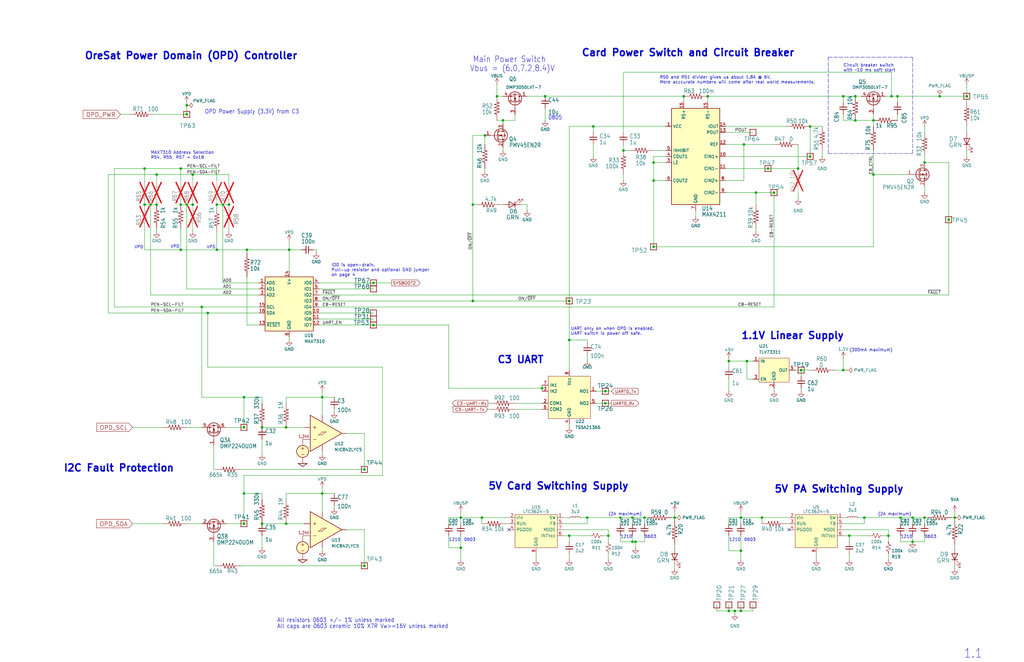
<source format=kicad_sch>
(kicad_sch (version 20250114) (generator "eeschema") (generator_version "9.0")
  (paper "B")
  (title_block (title "Oresat Live Card") (date "2025-09-15") (rev "2.1"))
  (text "1.1V Linear Supply" (at 312.42 143.51 0) (effects (font (size 3 3) (thickness 0.6) (bold yes)) (justify left bottom)))
  (text "(300mA maximum)" (at 358.14 148.59 0) (effects (font (size 1.27 1.27)) (justify left bottom)))
  (text "(2A maximum)" (at 256.54 217.805 0) (effects (font (size 1.27 1.27)) (justify left bottom)))
  (text "1210\n" (at 307.34 228.6 0) (effects (font (size 1.27 1.27)) (justify left bottom)))
  (text "Circuit breaker switch\nwith ~10 ms soft start" (at 355.6 30.48 0) (effects (font (size 1.27 1.27)) (justify left bottom)))
  (text "VPD\n" (at 71.882 104.902 0) (effects (font (size 1.27 1.27)) (justify left bottom)))
  (text "1210\n" (at 189.23 228.6 0) (effects (font (size 1.27 1.27)) (justify left bottom)))
  (text "R50 and R51 divider gives us about 1.8A @ 6V.\nMore acccurate numbers will come after real world measurements." (at 278.13 35.56 0) (effects (font (size 1.27 1.27)) (justify left bottom)))
  (text "I2C Fault Protection\n" (at 26.67 199.39 0) (effects (font (size 3 3) (thickness 0.6) (bold yes)) (justify left bottom)))
  (text "0603\n" (at 389.89 227.33 0) (effects (font (size 1.27 1.27)) (justify left bottom)))
  (text "5V PA Switching Supply" (at 326.39 208.28 0) (effects (font (size 3 3) (thickness 0.6) (bold yes)) (justify left bottom)))
  (text "0603\n" (at 195.58 228.6 0) (effects (font (size 1.27 1.27)) (justify left bottom)))
  (text "C3 UART\n" (at 209.55 153.67 0) (effects (font (size 3 3) (thickness 0.6) (bold yes)) (justify left bottom)))
  (text "All resistors 0603 +/- 1% unless marked" (at 116.84 262.89 0) (effects (font (size 1.778 1.5113)) (justify left bottom)))
  (text "0603\n" (at 313.69 228.6 0) (effects (font (size 1.27 1.27)) (justify left bottom)))
  (text "UART only on when OPD is enabled.  \nUART switch is power off safe." (at 240.665 141.605 0) (effects (font (size 1.27 1.27)) (justify left bottom)))
  (text "1210\n" (at 261.62 227.33 0) (effects (font (size 1.27 1.27)) (justify left bottom)))
  (text "0805" (at 231.14 50.8 0) (effects (font (size 1.778 1.5113)) (justify left bottom)))
  (text "1.1" (at 406.4 278.13 0) (effects (font (size 3.81 3.2385)) (justify left bottom)))
  (text "Card Power Switch and Circuit Breaker" (at 245.11 24.13 0) (effects (font (size 3 3) (thickness 0.6) (bold yes)) (justify left bottom)))
  (text "(2A maximum)" (at 370.205 217.805 0) (effects (font (size 1.27 1.27)) (justify left bottom)))
  (text "0603\n" (at 271.78 227.33 0) (effects (font (size 1.27 1.27)) (justify left bottom)))
  (text "MAX7310 Address Selection\nR54, R55, R57 = 0x1B" (at 63.5 67.31 0) (effects (font (size 1.27 1.27)) (justify left bottom)))
  (text "OPD Power Supply (3.3V) from C3" (at 86.36 48.26 0) (effects (font (size 1.778 1.5113)) (justify left bottom)))
  (text "IO0 is open-drain.\nPull-up resistor and optional GND jumper \non page 4" (at 139.7 116.84 0) (effects (font (size 1.27 1.27)) (justify left bottom)))
  (text "VPD\n" (at 87.122 105.156 0) (effects (font (size 1.27 1.27)) (justify left bottom)))
  (text "Vbus = (6.0,7.2,8.4)V" (at 198.12 30.48 0) (effects (font (size 2.54 2.159)) (justify left bottom)))
  (text "OreSat Power Domain (OPD) Controller" (at 35.56 25.4 0) (effects (font (size 3 3) (thickness 0.6) (bold yes)) (justify left bottom)))
  (text "All caps are 0603 ceramic 10% X7R Vw>=16V unless marked" (at 116.84 265.43 0) (effects (font (size 1.778 1.5113)) (justify left bottom)))
  (text "5V Card Switching Supply" (at 205.74 207.01 0) (effects (font (size 3 3) (thickness 0.6) (bold yes)) (justify left bottom)))
  (text "Main Power Switch" (at 199.39 26.67 0) (effects (font (size 2.54 2.159)) (justify left bottom)))
  (text "VPD\n" (at 56.642 105.156 0) (effects (font (size 1.27 1.27)) (justify left bottom)))
  (text "1210\n" (at 379.73 227.33 0) (effects (font (size 1.27 1.27)) (justify left bottom)))
  (junction (at 364.49 218.44))
  (junction (at 326.39 81.28))
  (junction (at 389.89 218.44))
  (junction (at 81.28 73.66))
  (junction (at 318.77 81.28))
  (junction (at 120.65 220.98))
  (junction (at 63.5 86.36))
  (junction (at 368.3 50.8))
  (junction (at 102.87 167.64))
  (junction (at 337.82 156.21))
  (junction (at 256.54 226.06))
  (junction (at 402.59 218.44))
  (junction (at 400.05 92.71))
  (junction (at 307.34 152.4))
  (junction (at 87.63 132.08))
  (junction (at 336.55 71.12))
  (junction (at 229.87 40.64))
  (junction (at 153.67 198.12))
  (junction (at 60.96 71.12))
  (junction (at 255.27 170.18))
  (junction (at 261.62 218.44))
  (junction (at 203.2 218.44))
  (junction (at 250.19 53.34))
  (junction (at 262.89 63.5))
  (junction (at 275.59 76.2))
  (junction (at 266.7 218.44))
  (junction (at 157.48 119.38))
  (junction (at 104.14 105.41))
  (junction (at 312.42 218.44))
  (junction (at 85.09 129.54))
  (junction (at 312.42 232.41))
  (junction (at 91.44 105.41))
  (junction (at 78.74 48.26))
  (junction (at 368.3 73.66))
  (junction (at 247.65 218.44))
  (junction (at 194.31 218.44))
  (junction (at 378.46 40.64))
  (junction (at 110.49 220.98))
  (junction (at 384.81 228.6))
  (junction (at 66.04 86.36))
  (junction (at 76.2 105.41))
  (junction (at 121.92 105.41))
  (junction (at 341.63 53.34))
  (junction (at 355.6 40.64))
  (junction (at 157.48 137.16))
  (junction (at 266.7 228.6))
  (junction (at 360.68 50.8))
  (junction (at 284.48 218.44))
  (junction (at 102.87 180.34))
  (junction (at 102.87 220.98))
  (junction (at 271.78 218.44))
  (junction (at 76.2 86.36))
  (junction (at 314.96 152.4))
  (junction (at 228.6 163.83))
  (junction (at 199.39 86.36))
  (junction (at 321.31 218.44))
  (junction (at 76.2 71.12))
  (junction (at 358.14 226.06))
  (junction (at 407.67 40.64))
  (junction (at 389.89 68.58))
  (junction (at 298.45 40.64))
  (junction (at 341.63 66.04))
  (junction (at 240.03 143.51))
  (junction (at 96.52 86.36))
  (junction (at 355.6 156.21))
  (junction (at 93.98 86.36))
  (junction (at 288.29 40.64))
  (junction (at 312.42 257.81))
  (junction (at 135.89 167.64))
  (junction (at 275.59 68.58))
  (junction (at 78.74 86.36))
  (junction (at 396.24 40.64))
  (junction (at 60.96 86.36))
  (junction (at 360.68 40.64))
  (junction (at 240.03 226.06))
  (junction (at 81.28 86.36))
  (junction (at 323.85 71.12))
  (junction (at 153.67 238.76))
  (junction (at 135.89 208.28))
  (junction (at 240.03 127))
  (junction (at 120.65 180.34))
  (junction (at 375.92 40.64))
  (junction (at 78.74 44.45))
  (junction (at 374.65 226.06))
  (junction (at 66.04 73.66))
  (junction (at 313.69 60.96))
  (junction (at 275.59 104.14))
  (junction (at 110.49 180.34))
  (junction (at 199.39 127))
  (junction (at 204.47 57.15))
  (junction (at 209.55 40.64))
  (junction (at 307.34 257.81))
  (junction (at 267.97 228.6))
  (junction (at 212.09 50.8))
  (junction (at 102.87 208.28))
  (junction (at 309.88 257.81))
  (junction (at 194.31 231.14))
  (junction (at 255.27 165.1))
  (junction (at 384.81 218.44))
  (junction (at 379.73 218.44))
  (junction (at 91.44 86.36))
  (no_connect (at 332.74 223.52))
  (no_connect (at 214.63 223.52))
  (wire (pts (xy 307.34 218.44) (xy 312.42 218.44)))
  (wire (pts (xy 306.07 76.2) (xy 313.69 76.2)))
  (wire (pts (xy 240.03 226.06) (xy 237.49 226.06)))
  (wire (pts (xy 237.49 218.44) (xy 240.03 218.44)))
  (wire (pts (xy 135.89 190.5) (xy 135.89 191.77)))
  (wire (pts (xy 91.44 97.79) (xy 91.44 105.41)))
  (wire (pts (xy 375.92 30.48) (xy 375.92 40.64)))
  (wire (pts (xy 267.97 228.6) (xy 271.78 228.6)))
  (wire (pts (xy 157.48 119.38) (xy 165.1 119.38)))
  (wire (pts (xy 91.44 76.2) (xy 91.44 71.12)))
  (wire (pts (xy 96.52 73.66) (xy 96.52 76.2)))
  (wire (pts (xy 66.04 96.52) (xy 66.04 97.79)))
  (wire (pts (xy 378.46 40.64) (xy 378.46 43.18)))
  (wire (pts (xy 120.65 180.34) (xy 110.49 180.34)))
  (wire (pts (xy 375.92 40.64) (xy 378.46 40.64)))
  (wire (pts (xy 60.96 105.41) (xy 60.96 96.52)))
  (wire (pts (xy 217.17 172.72) (xy 228.6 172.72)))
  (wire (pts (xy 90.17 238.76) (xy 90.17 228.6)))
  (wire (pts (xy 337.82 156.21) (xy 337.82 158.75)))
  (wire (pts (xy 63.5 86.36) (xy 60.96 86.36)))
  (wire (pts (xy 240.03 226.06) (xy 248.92 226.06)))
  (wire (pts (xy 135.89 215.9) (xy 135.89 208.28)))
  (wire (pts (xy 48.26 71.12) (xy 60.96 71.12)))
  (wire (pts (xy 402.59 229.87) (xy 402.59 231.14)))
  (wire (pts (xy 358.14 226.06) (xy 358.14 228.6)))
  (wire (pts (xy 60.96 71.12) (xy 76.2 71.12)))
  (wire (pts (xy 336.55 71.12) (xy 336.55 60.96)))
  (wire (pts (xy 102.87 167.64) (xy 102.87 180.34)))
  (wire (pts (xy 384.81 218.44) (xy 389.89 218.44)))
  (wire (pts (xy 275.59 66.04) (xy 275.59 68.58)))
  (wire (pts (xy 312.42 232.41) (xy 312.42 236.22)))
  (wire (pts (xy 389.89 218.44) (xy 391.16 218.44)))
  (wire (pts (xy 368.3 50.8) (xy 368.3 48.26)))
  (wire (pts (xy 102.87 208.28) (xy 102.87 200.66)))
  (wire (pts (xy 110.49 226.06) (xy 110.49 231.14)))
  (wire (pts (xy 298.45 43.18) (xy 298.45 40.64)))
  (wire (pts (xy 157.48 137.16) (xy 189.23 137.16)))
  (wire (pts (xy 135.89 208.28) (xy 135.89 205.74)))
  (wire (pts (xy 134.62 134.62) (xy 157.48 134.62)))
  (wire (pts (xy 135.89 167.64) (xy 135.89 165.1)))
  (wire (pts (xy 275.59 68.58) (xy 280.67 68.58)))
  (wire (pts (xy 189.23 226.06) (xy 189.23 231.14)))
  (wire (pts (xy 247.65 218.44) (xy 247.65 220.98)))
  (wire (pts (xy 78.74 86.36) (xy 76.2 86.36)))
  (wire (pts (xy 307.34 257.81) (xy 309.88 257.81)))
  (wire (pts (xy 250.19 60.96) (xy 250.19 66.04)))
  (wire (pts (xy 204.47 57.15) (xy 199.39 57.15)))
  (wire (pts (xy 240.03 127) (xy 240.03 143.51)))
  (wire (pts (xy 132.08 105.41) (xy 133.35 105.41)))
  (wire (pts (xy 382.27 73.66) (xy 368.3 73.66)))
  (wire (pts (xy 368.3 104.14) (xy 275.59 104.14)))
  (wire (pts (xy 194.31 218.44) (xy 203.2 218.44)))
  (wire (pts (xy 60.96 76.2) (xy 60.96 71.12)))
  (wire (pts (xy 222.25 86.36) (xy 222.25 88.9)))
  (wire (pts (xy 337.82 156.21) (xy 341.63 156.21)))
  (wire (pts (xy 189.23 218.44) (xy 189.23 220.98)))
  (wire (pts (xy 262.89 63.5) (xy 265.43 63.5)))
  (wire (pts (xy 307.34 152.4) (xy 307.34 154.94)))
  (wire (pts (xy 93.98 86.36) (xy 91.44 86.36)))
  (wire (pts (xy 96.52 86.36) (xy 93.98 86.36)))
  (wire (pts (xy 194.31 215.9) (xy 194.31 218.44)))
  (wire (pts (xy 120.65 170.18) (xy 120.65 167.64)))
  (wire (pts (xy 120.65 210.82) (xy 120.65 208.28)))
  (wire (pts (xy 205.74 170.18) (xy 207.01 170.18)))
  (wire (pts (xy 373.38 40.64) (xy 375.92 40.64)))
  (wire (pts (xy 326.39 81.28) (xy 318.77 81.28)))
  (wire (pts (xy 256.54 226.06) (xy 256.54 228.6)))
  (wire (pts (xy 104.14 137.16) (xy 109.22 137.16)))
  (wire (pts (xy 379.73 226.06) (xy 379.73 228.6)))
  (wire (pts (xy 400.05 92.71) (xy 400.05 124.46)))
  (wire (pts (xy 128.27 220.98) (xy 120.65 220.98)))
  (wire (pts (xy 355.6 223.52) (xy 374.65 223.52)))
  (wire (pts (xy 384.81 226.06) (xy 384.81 228.6)))
  (wire (pts (xy 229.87 40.64) (xy 288.29 40.64)))
  (wire (pts (xy 110.49 210.82) (xy 110.49 208.28)))
  (wire (pts (xy 66.04 86.36) (xy 63.5 86.36)))
  (wire (pts (xy 379.73 218.44) (xy 384.81 218.44)))
  (wire (pts (xy 378.46 48.26) (xy 378.46 50.8)))
  (wire (pts (xy 307.34 232.41) (xy 312.42 232.41)))
  (wire (pts (xy 68.58 180.34) (xy 55.88 180.34)))
  (wire (pts (xy 355.6 40.64) (xy 360.68 40.64)))
  (wire (pts (xy 203.2 218.44) (xy 203.2 220.98)))
  (wire (pts (xy 247.65 144.78) (xy 247.65 143.51)))
  (wire (pts (xy 209.55 35.56) (xy 209.55 40.64)))
  (wire (pts (xy 275.59 63.5) (xy 280.67 63.5)))
  (wire (pts (xy 318.77 96.52) (xy 318.77 97.79)))
  (wire (pts (xy 54.61 48.26) (xy 50.8 48.26)))
  (wire (pts (xy 355.6 220.98) (xy 364.49 220.98)))
  (wire (pts (xy 271.78 218.44) (xy 273.05 218.44)))
  (wire (pts (xy 102.87 180.34) (xy 95.25 180.34)))
  (wire (pts (xy 379.73 228.6) (xy 384.81 228.6)))
  (wire (pts (xy 194.31 226.06) (xy 194.31 231.14)))
  (wire (pts (xy 275.59 76.2) (xy 280.67 76.2)))
  (wire (pts (xy 355.6 151.13) (xy 355.6 156.21)))
  (wire (pts (xy 262.89 30.48) (xy 262.89 55.88)))
  (wire (pts (xy 355.6 40.64) (xy 355.6 43.18)))
  (wire (pts (xy 102.87 220.98) (xy 95.25 220.98)))
  (wire (pts (xy 313.69 76.2) (xy 313.69 60.96)))
  (wire (pts (xy 161.29 154.94) (xy 87.63 154.94)))
  (wire (pts (xy 309.88 257.81) (xy 309.88 259.08)))
  (wire (pts (xy 358.14 226.06) (xy 367.03 226.06)))
  (wire (pts (xy 110.49 185.42) (xy 110.49 191.77)))
  (wire (pts (xy 102.87 167.64) (xy 85.09 167.64)))
  (wire (pts (xy 256.54 233.68) (xy 256.54 236.22)))
  (wire (pts (xy 317.5 160.02) (xy 314.96 160.02)))
  (wire (pts (xy 378.46 40.64) (xy 396.24 40.64)))
  (wire (pts (xy 407.67 40.64) (xy 407.67 43.18)))
  (wire (pts (xy 384.81 218.44) (xy 384.81 220.98)))
  (wire (pts (xy 384.81 228.6) (xy 389.89 228.6)))
  (wire (pts (xy 199.39 86.36) (xy 199.39 127)))
  (wire (pts (xy 407.67 35.56) (xy 407.67 40.64)))
  (wire (pts (xy 389.89 226.06) (xy 389.89 228.6)))
  (wire (pts (xy 121.92 114.3) (xy 121.92 105.41)))
  (wire (pts (xy 134.62 121.92) (xy 157.48 121.92)))
  (wire (pts (xy 153.67 238.76) (xy 101.6 238.76)))
  (wire (pts (xy 76.2 71.12) (xy 91.44 71.12)))
  (wire (pts (xy 262.89 60.96) (xy 262.89 63.5)))
  (wire (pts (xy 45.72 132.08) (xy 87.63 132.08)))
  (wire (pts (xy 374.65 223.52) (xy 374.65 226.06)))
  (wire (pts (xy 203.2 218.44) (xy 214.63 218.44)))
  (polyline (pts (xy 384.81 64.77) (xy 384.81 24.13)) (stroke (width 0) (type dash)))
  (wire (pts (xy 76.2 76.2) (xy 76.2 71.12)))
  (wire (pts (xy 312.42 226.06) (xy 312.42 232.41)))
  (wire (pts (xy 284.48 219.71) (xy 284.48 218.44)))
  (wire (pts (xy 247.65 218.44) (xy 261.62 218.44)))
  (wire (pts (xy 153.67 198.12) (xy 101.6 198.12)))
  (wire (pts (xy 255.27 170.18) (xy 257.81 170.18)))
  (wire (pts (xy 307.34 226.06) (xy 307.34 232.41)))
  (wire (pts (xy 81.28 86.36) (xy 78.74 86.36)))
  (wire (pts (xy 389.89 53.34) (xy 389.89 55.88)))
  (wire (pts (xy 91.44 87.63) (xy 91.44 86.36)))
  (wire (pts (xy 407.67 53.34) (xy 407.67 55.88)))
  (wire (pts (xy 135.89 232.41) (xy 135.89 231.14)))
  (wire (pts (xy 337.82 163.83) (xy 337.82 165.1)))
  (wire (pts (xy 323.85 71.12) (xy 336.55 71.12)))
  (wire (pts (xy 135.89 208.28) (xy 120.65 208.28)))
  (wire (pts (xy 360.68 50.8) (xy 368.3 50.8)))
  (wire (pts (xy 307.34 255.27) (xy 307.34 257.81)))
  (wire (pts (xy 199.39 57.15) (xy 199.39 86.36)))
  (wire (pts (xy 63.5 124.46) (xy 63.5 86.36)))
  (wire (pts (xy 189.23 231.14) (xy 194.31 231.14)))
  (wire (pts (xy 307.34 151.13) (xy 307.34 152.4)))
  (wire (pts (xy 93.98 119.38) (xy 93.98 86.36)))
  (wire (pts (xy 81.28 76.2) (xy 81.28 73.66)))
  (wire (pts (xy 261.62 228.6) (xy 266.7 228.6)))
  (wire (pts (xy 76.2 105.41) (xy 91.44 105.41)))
  (wire (pts (xy 262.89 30.48) (xy 375.92 30.48)))
  (wire (pts (xy 407.67 63.5) (xy 407.67 66.04)))
  (wire (pts (xy 135.89 175.26) (xy 135.89 167.64)))
  (wire (pts (xy 60.96 105.41) (xy 76.2 105.41)))
  (wire (pts (xy 189.23 137.16) (xy 189.23 163.83)))
  (wire (pts (xy 250.19 55.88) (xy 250.19 53.34)))
  (wire (pts (xy 267.97 228.6) (xy 267.97 231.14)))
  (wire (pts (xy 335.28 156.21) (xy 337.82 156.21)))
  (wire (pts (xy 209.55 40.64) (xy 212.09 40.64)))
  (wire (pts (xy 288.29 40.64) (xy 288.29 43.18)))
  (wire (pts (xy 104.14 106.68) (xy 104.14 105.41)))
  (wire (pts (xy 284.48 215.9) (xy 284.48 218.44)))
  (wire (pts (xy 307.34 160.02) (xy 307.34 165.1)))
  (wire (pts (xy 212.09 62.23) (xy 212.09 63.5)))
  (wire (pts (xy 135.89 167.64) (xy 120.65 167.64)))
  (wire (pts (xy 346.71 63.5) (xy 346.71 66.04)))
  (wire (pts (xy 85.09 220.98) (xy 78.74 220.98)))
  (wire (pts (xy 110.49 208.28) (xy 102.87 208.28)))
  (wire (pts (xy 228.6 163.83) (xy 228.6 165.1)))
  (wire (pts (xy 153.67 182.88) (xy 153.67 198.12)))
  (wire (pts (xy 298.45 40.64) (xy 355.6 40.64)))
  (wire (pts (xy 389.89 66.04) (xy 389.89 68.58)))
  (polyline (pts (xy 349.25 64.77) (xy 384.81 64.77)) (stroke (width 0) (type dash)))
  (wire (pts (xy 85.09 167.64) (xy 85.09 129.54)))
  (wire (pts (xy 205.74 172.72) (xy 207.01 172.72)))
  (wire (pts (xy 312.42 255.27) (xy 312.42 257.81)))
  (wire (pts (xy 134.62 137.16) (xy 157.48 137.16)))
  (wire (pts (xy 85.09 129.54) (xy 109.22 129.54)))
  (wire (pts (xy 402.59 215.9) (xy 402.59 218.44)))
  (wire (pts (xy 251.46 165.1) (xy 255.27 165.1)))
  (wire (pts (xy 341.63 53.34) (xy 346.71 53.34)))
  (wire (pts (xy 355.6 218.44) (xy 356.87 218.44)))
  (wire (pts (xy 81.28 73.66) (xy 96.52 73.66)))
  (wire (pts (xy 200.66 86.36) (xy 199.39 86.36)))
  (wire (pts (xy 302.26 255.27) (xy 302.26 257.81)))
  (wire (pts (xy 48.26 129.54) (xy 48.26 71.12)))
  (wire (pts (xy 134.62 127) (xy 199.39 127)))
  (wire (pts (xy 91.44 105.41) (xy 104.14 105.41)))
  (wire (pts (xy 194.31 218.44) (xy 189.23 218.44)))
  (wire (pts (xy 245.11 218.44) (xy 247.65 218.44)))
  (wire (pts (xy 240.03 127) (xy 240.03 53.34)))
  (wire (pts (xy 351.79 156.21) (xy 355.6 156.21)))
  (wire (pts (xy 121.92 142.24) (xy 121.92 143.51)))
  (wire (pts (xy 374.65 233.68) (xy 374.65 236.22)))
  (wire (pts (xy 96.52 96.52) (xy 96.52 97.79)))
  (wire (pts (xy 240.03 233.68) (xy 240.03 236.22)))
  (wire (pts (xy 204.47 57.15) (xy 204.47 60.96)))
  (wire (pts (xy 48.26 129.54) (xy 85.09 129.54)))
  (wire (pts (xy 271.78 226.06) (xy 271.78 228.6)))
  (wire (pts (xy 134.62 132.08) (xy 157.48 132.08)))
  (wire (pts (xy 261.62 218.44) (xy 266.7 218.44)))
  (wire (pts (xy 306.07 60.96) (xy 313.69 60.96)))
  (wire (pts (xy 135.89 208.28) (xy 140.97 208.28)))
  (wire (pts (xy 212.09 50.8) (xy 217.17 50.8)))
  (wire (pts (xy 76.2 96.52) (xy 76.2 105.41)))
  (wire (pts (xy 78.74 44.45) (xy 78.74 48.26)))
  (wire (pts (xy 401.32 218.44) (xy 402.59 218.44)))
  (wire (pts (xy 402.59 238.76) (xy 402.59 240.03)))
  (wire (pts (xy 266.7 226.06) (xy 266.7 228.6)))
  (wire (pts (xy 402.59 219.71) (xy 402.59 218.44)))
  (wire (pts (xy 217.17 170.18) (xy 228.6 170.18)))
  (wire (pts (xy 284.48 229.87) (xy 284.48 231.14)))
  (wire (pts (xy 210.82 86.36) (xy 212.09 86.36)))
  (wire (pts (xy 189.23 163.83) (xy 228.6 163.83)))
  (wire (pts (xy 271.78 218.44) (xy 271.78 220.98)))
  (wire (pts (xy 226.06 233.68) (xy 226.06 236.22)))
  (wire (pts (xy 317.5 152.4) (xy 314.96 152.4)))
  (wire (pts (xy 356.87 156.21) (xy 355.6 156.21)))
  (wire (pts (xy 261.62 226.06) (xy 261.62 228.6)))
  (wire (pts (xy 240.03 143.51) (xy 240.03 156.21)))
  (wire (pts (xy 312.42 218.44) (xy 321.31 218.44)))
  (wire (pts (xy 355.6 50.8) (xy 360.68 50.8)))
  (wire (pts (xy 254 226.06) (xy 256.54 226.06)))
  (wire (pts (xy 66.04 76.2) (xy 66.04 73.66)))
  (wire (pts (xy 102.87 208.28) (xy 102.87 220.98)))
  (wire (pts (xy 389.89 78.74) (xy 389.89 81.28)))
  (wire (pts (xy 314.96 160.02) (xy 314.96 152.4)))
  (wire (pts (xy 213.36 220.98) (xy 214.63 220.98)))
  (wire (pts (xy 87.63 154.94) (xy 87.63 132.08)))
  (wire (pts (xy 110.49 170.18) (xy 110.49 167.64)))
  (wire (pts (xy 140.97 213.36) (xy 140.97 214.63)))
  (wire (pts (xy 134.62 119.38) (xy 157.48 119.38)))
  (wire (pts (xy 389.89 68.58) (xy 400.05 68.58)))
  (wire (pts (xy 312.42 257.81) (xy 317.5 257.81)))
  (wire (pts (xy 355.6 226.06) (xy 358.14 226.06)))
  (wire (pts (xy 194.31 231.14) (xy 194.31 236.22)))
  (wire (pts (xy 372.11 226.06) (xy 374.65 226.06)))
  (wire (pts (xy 318.77 86.36) (xy 318.77 81.28)))
  (wire (pts (xy 237.49 220.98) (xy 247.65 220.98)))
  (wire (pts (xy 133.35 105.41) (xy 133.35 106.68)))
  (wire (pts (xy 120.65 220.98) (xy 110.49 220.98)))
  (wire (pts (xy 364.49 218.44) (xy 379.73 218.44)))
  (wire (pts (xy 146.05 182.88) (xy 153.67 182.88)))
  (wire (pts (xy 302.26 257.81) (xy 307.34 257.81)))
  (wire (pts (xy 275.59 68.58) (xy 275.59 76.2)))
  (wire (pts (xy 91.44 198.12) (xy 90.17 198.12)))
  (wire (pts (xy 199.39 127) (xy 240.03 127)))
  (wire (pts (xy 78.74 121.92) (xy 109.22 121.92)))
  (wire (pts (xy 68.58 220.98) (xy 55.88 220.98)))
  (wire (pts (xy 110.49 167.64) (xy 102.87 167.64)))
  (wire (pts (xy 146.05 223.52) (xy 153.67 223.52)))
  (wire (pts (xy 212.09 52.07) (xy 212.09 50.8)))
  (wire (pts (xy 326.39 81.28) (xy 326.39 129.54)))
  (wire (pts (xy 360.68 40.64) (xy 363.22 40.64)))
  (wire (pts (xy 87.63 132.08) (xy 109.22 132.08)))
  (wire (pts (xy 306.07 81.28) (xy 318.77 81.28)))
  (wire (pts (xy 368.3 63.5) (xy 368.3 73.66)))
  (wire (pts (xy 204.47 71.12) (xy 204.47 72.39)))
  (wire (pts (xy 361.95 218.44) (xy 364.49 218.44)))
  (wire (pts (xy 321.31 218.44) (xy 332.74 218.44)))
  (wire (pts (xy 341.63 66.04) (xy 341.63 53.34)))
  (wire (pts (xy 240.03 53.34) (xy 250.19 53.34)))
  (wire (pts (xy 78.74 44.45) (xy 78.74 43.18)))
  (wire (pts (xy 283.21 218.44) (xy 284.48 218.44)))
  (wire (pts (xy 326.39 163.83) (xy 326.39 165.1)))
  (wire (pts (xy 250.19 53.34) (xy 280.67 53.34)))
  (wire (pts (xy 336.55 81.28) (xy 336.55 83.82)))
  (wire (pts (xy 93.98 119.38) (xy 109.22 119.38)))
  (wire (pts (xy 266.7 218.44) (xy 266.7 220.98)))
  (wire (pts (xy 63.5 124.46) (xy 109.22 124.46)))
  (wire (pts (xy 396.24 40.64) (xy 407.67 40.64)))
  (wire (pts (xy 368.3 73.66) (xy 368.3 104.14)))
  (wire (pts (xy 306.07 53.34) (xy 331.47 53.34)))
  (wire (pts (xy 307.34 220.98) (xy 307.34 218.44)))
  (wire (pts (xy 293.37 91.44) (xy 293.37 88.9)))
  (wire (pts (xy 306.07 55.88) (xy 317.5 55.88)))
  (wire (pts (xy 237.49 223.52) (xy 256.54 223.52)))
  (wire (pts (xy 240.03 226.06) (xy 240.03 228.6)))
  (wire (pts (xy 104.14 116.84) (xy 104.14 137.16)))
  (wire (pts (xy 219.71 86.36) (xy 222.25 86.36)))
  (wire (pts (xy 368.3 50.8) (xy 368.3 53.34)))
  (wire (pts (xy 379.73 218.44) (xy 379.73 220.98)))
  (wire (pts (xy 64.77 48.26) (xy 78.74 48.26)))
  (wire (pts (xy 312.42 215.9) (xy 312.42 218.44)))
  (wire (pts (xy 90.17 187.96) (xy 90.17 198.12)))
  (wire (pts (xy 309.88 257.81) (xy 312.42 257.81)))
  (wire (pts (xy 240.03 179.07) (xy 240.03 180.34)))
  (wire (pts (xy 261.62 218.44) (xy 261.62 220.98)))
  (wire (pts (xy 306.07 66.04) (xy 341.63 66.04)))
  (wire (pts (xy 229.87 45.72) (xy 229.87 50.8)))
  (wire (pts (xy 161.29 200.66) (xy 161.29 154.94)))
  (wire (pts (xy 255.27 165.1) (xy 257.81 165.1)))
  (wire (pts (xy 45.72 132.08) (xy 45.72 73.66)))
  (wire (pts (xy 251.46 170.18) (xy 255.27 170.18)))
  (wire (pts (xy 134.62 129.54) (xy 326.39 129.54)))
  (wire (pts (xy 91.44 238.76) (xy 90.17 238.76)))
  (wire (pts (xy 313.69 60.96) (xy 326.39 60.96)))
  (wire (pts (xy 389.89 218.44) (xy 389.89 220.98)))
  (wire (pts (xy 331.47 220.98) (xy 332.74 220.98)))
  (wire (pts (xy 222.25 40.64) (xy 229.87 40.64)))
  (wire (pts (xy 374.65 226.06) (xy 374.65 228.6)))
  (wire (pts (xy 321.31 218.44) (xy 321.31 220.98)))
  (wire (pts (xy 275.59 76.2) (xy 275.59 104.14)))
  (wire (pts (xy 121.92 105.41) (xy 127 105.41)))
  (wire (pts (xy 102.87 200.66) (xy 161.29 200.66)))
  (wire (pts (xy 247.65 149.86) (xy 247.65 152.4)))
  (wire (pts (xy 247.65 143.51) (xy 240.03 143.51)))
  (wire (pts (xy 266.7 228.6) (xy 267.97 228.6)))
  (wire (pts (xy 256.54 223.52) (xy 256.54 226.06)))
  (wire (pts (xy 284.48 238.76) (xy 284.48 240.03)))
  (wire (pts (xy 66.04 73.66) (xy 81.28 73.66)))
  (wire (pts (xy 358.14 233.68) (xy 358.14 236.22)))
  (wire (pts (xy 228.6 162.56) (xy 228.6 163.83)))
  (wire (pts (xy 364.49 218.44) (xy 364.49 220.98)))
  (wire (pts (xy 317.5 255.27) (xy 317.5 257.81)))
  (wire (pts (xy 194.31 218.44) (xy 194.31 220.98)))
  (wire (pts (xy 355.6 48.26) (xy 355.6 50.8)))
  (wire (pts (xy 314.96 152.4) (xy 307.34 152.4)))
  (wire (pts (xy 209.55 50.8) (xy 212.09 50.8)))
  (wire (pts (xy 45.72 73.66) (xy 66.04 73.66)))
  (wire (pts (xy 275.59 66.04) (xy 280.67 66.04)))
  (wire (pts (xy 134.62 124.46) (xy 400.05 124.46)))
  (wire (pts (xy 140.97 172.72) (xy 140.97 173.99)))
  (polyline (pts (xy 349.25 24.13) (xy 349.25 64.77)) (stroke (width 0) (type dash)))
  (polyline (pts (xy 349.25 24.13) (xy 384.81 24.13)) (stroke (width 0) (type dash)))
  (wire (pts (xy 306.07 71.12) (xy 323.85 71.12)))
  (wire (pts (xy 104.14 105.41) (xy 121.92 105.41)))
  (wire (pts (xy 153.67 223.52) (xy 153.67 238.76)))
  (wire (pts (xy 78.74 121.92) (xy 78.74 86.36)))
  (wire (pts (xy 344.17 233.68) (xy 344.17 236.22)))
  (wire (pts (xy 85.09 180.34) (xy 78.74 180.34)))
  (wire (pts (xy 217.17 50.8) (xy 217.17 48.26)))
  (wire (pts (xy 121.92 101.6) (xy 121.92 105.41)))
  (wire (pts (xy 128.27 180.34) (xy 120.65 180.34)))
  (wire (pts (xy 262.89 76.2) (xy 262.89 73.66)))
  (wire (pts (xy 81.28 96.52) (xy 81.28 97.79)))
  (wire (pts (xy 400.05 68.58) (xy 400.05 92.71)))
  (wire (pts (xy 312.42 220.98) (xy 312.42 218.44)))
  (wire (pts (xy 135.89 167.64) (xy 140.97 167.64)))
  (wire (pts (xy 266.7 218.44) (xy 271.78 218.44)))
  (label "ON/~{OFF}" (at 135.89 127 0) (effects (font (size 1.2446 1.2446))))
  (label "ON/~{OFF}" (at 218.44 127 0) (effects (font (size 1.2446 1.2446))))
  (label "CB_CTRL" (at 368.3 73.66 90) (effects (font (size 1.2446 1.2446))))
  (label "UART_EN" (at 135.89 137.16 0))
  (label "POUT" (at 309.88 55.88 0))
  (label "ON/~{OFF}" (at 199.39 105.41 90) (effects (font (size 1.2446 1.2446))))
  (label "AD2" (at 93.98 124.46 0) (effects (font (size 1.2446 1.2446))))
  (label "~{FAULT}" (at 391.16 124.46 0) (effects (font (size 1.2446 1.2446))))
  (label "AD1" (at 93.98 121.92 0) (effects (font (size 1.2446 1.2446))))
  (label "AD0" (at 93.98 119.38 0) (effects (font (size 1.2446 1.2446))))
  (label "~{FAULT}" (at 135.89 124.46 0) (effects (font (size 1.2446 1.2446))))
  (label "PEN-SCL-FILT" (at 63.5 129.54 0) (effects (font (size 1.2446 1.2446))))
  (label "CB-RESET" (at 326.39 100.33 90) (effects (font (size 1.2446 1.2446))))
  (label "CB-RESET" (at 311.15 129.54 0) (effects (font (size 1.2446 1.2446))))
  (label "PEN-SCL-FILT" (at 78.74 71.12 0) (effects (font (size 1.2446 1.2446))))
  (label "PEN-SDA-FILT" (at 63.5 132.08 0) (effects (font (size 1.2446 1.2446))))
  (label "PEN-SDA-FILT" (at 78.74 73.66 0) (effects (font (size 1.2446 1.2446))))
  (label "CB-RESET" (at 135.89 129.54 0) (effects (font (size 1.2446 1.2446))))
  (global_label "SYSBOOT2" (shape output) (at 165.1 119.38 0) (property "Intersheetrefs" "${INTERSHEET_REFS}" (at 177.7009 119.38 0) (effects (justify left))))
  (global_label "UART0_Rx" (shape output) (at 257.81 170.18 0) (property "Intersheetrefs" "${INTERSHEET_REFS}" (at 269.9271 170.18 0) (effects (justify left))))
  (global_label "C3-UART-Tx" (shape input) (at 205.74 172.72 180) (property "Intersheetrefs" "${INTERSHEET_REFS}" (at 191.0502 172.6406 0) (effects (justify right))))
  (global_label "OPD_SCL" (shape input) (at 55.88 180.34 180) (effects (font (size 1.778 1.778))) (property "Intersheetrefs" "${INTERSHEET_REFS}" (at 40.8177 180.2289 0) (effects (font (size 1.778 1.778)) (justify right))))
  (global_label "OPD_SDA" (shape input) (at 55.88 220.98 180) (effects (font (size 1.778 1.778))) (property "Intersheetrefs" "${INTERSHEET_REFS}" (at 40.733 220.8689 0) (effects (font (size 1.778 1.778)) (justify right))))
  (global_label "C3-UART-Rx" (shape output) (at 205.74 170.18 180) (property "Intersheetrefs" "${INTERSHEET_REFS}" (at 190.1757 170.18 0) (effects (justify right))))
  (global_label "OPD_PWR" (shape input) (at 50.8 48.26 180) (effects (font (size 1.778 1.778))) (property "Intersheetrefs" "${INTERSHEET_REFS}" (at 35.0604 48.1489 0) (effects (font (size 1.778 1.778)) (justify right))))
  (global_label "UART0_Tx" (shape input) (at 257.81 165.1 0) (property "Intersheetrefs" "${INTERSHEET_REFS}" (at 269.0526 165.0206 0) (effects (justify left))))
  (symbol (lib_id "oresat-misc:Test-Point-1mm-round") (at 400.05 92.71 0) (unit 1)
    (property "Reference" "TP45" (at 401.32 93.98 0) (effects (font (size 1.778 1.778)) (justify left bottom)))
    (property "Value" "TEST-POINT" (effects (hide yes)))
    (property "Footprint" "oresat-misc:TestPoint_Pad_D1.0mm" (effects (hide yes)))
  )
  (symbol (lib_id "oresat-passives:R-US") (at 120.65 175.26 90) (unit 1)
    (property "Reference" "R36" (at 119.38 179.07 0) (effects (font (size 1.778 1.5113)) (justify left bottom)))
    (property "Value" "1M" (at 119.38 172.72 0) (effects (font (size 1.778 1.5113)) (justify left bottom)))
    (property "Footprint" "Resistor_SMD:R_0603_1608Metric" (effects (hide yes)))
    (property "Description" "RES SMD 1M OHM 1% 1/10W 0603" (effects (hide yes)))
    (property "MPN" "ERJ-3EKF1004V" (effects (hide yes)))
    (property "DPN" "P1.00MHCT-ND " (effects (hide yes)))
    (property "MFR" "Panasonic " (effects (hide yes)))
    (property "DIS" "DigiKey" (effects (hide yes)))
  )
  (symbol (lib_id "oresat-misc:Test-Point-1mm-round") (at 275.59 104.14 0) (mirror y) (unit 1)
    (property "Reference" "TP52" (at 273.05 106.68 0) (effects (font (size 1.778 1.778)) (justify left bottom)))
    (property "Value" "TEST-POINT" (effects (hide yes)))
    (property "Footprint" "oresat-misc:TestPoint_Pad_D1.0mm" (effects (hide yes)))
  )
  (symbol (lib_id "power:GND") (at 284.48 240.03 0) (unit 1)
    (property "Reference" "#PWR38" (effects (hide yes)))
    (property "Value" "GND" (at 284.48 243.84 0))
    (property "Description" "Power symbol creates a global label with name \"GND\" , ground" (effects (hide yes)))
  )
  (symbol (lib_id "Device:C_Small") (at 312.42 223.52 0) (unit 1)
    (property "Reference" "C16" (at 313.055 219.71 0) (effects (justify left)))
    (property "Value" "100n" (at 313.055 220.98 0) (effects (justify left)))
    (property "Footprint" "Resistor_SMD:R_0603_1608Metric" (effects (hide yes)))
    (property "Description" "CAP CER 0.1UF 25V X7R 0603" (effects (hide yes)))
    (property "MPN" "CGA3E2X7R1E104K080AA " (effects (hide yes)))
    (property "MFR" "TDK Corporation " (effects (hide yes)))
    (property "DPN" "445-5667-1-ND " (effects (hide yes)))
    (property "DIS" "DigiKey" (effects (hide yes)))
  )
  (symbol (lib_id "Device:R_Small_US") (at 369.57 226.06 90) (unit 1)
    (property "Reference" "R14" (at 369.57 231.14 90))
    (property "Value" "100k" (at 369.57 228.6 90))
    (property "Footprint" "Resistor_SMD:R_0603_1608Metric" (effects (hide yes)))
    (property "Description" "RES SMD 100K OHM 1% 1/10W 0603" (effects (hide yes)))
    (property "DPN" "P100KHCT-ND " (effects (hide yes)))
    (property "MFR" "Panasonic " (effects (hide yes)))
    (property "MPN" "ERJ-3EKF1003V " (effects (hide yes)))
    (property "DIS" "DigiKey" (effects (hide yes)))
  )
  (symbol (lib_id "power:GND") (at 336.55 83.82 0) (unit 1)
    (property "Reference" "#PWR19" (effects (hide yes)))
    (property "Value" "GND" (at 336.55 88.9 0))
    (property "Description" "Power symbol creates a global label with name \"GND\" , ground" (effects (hide yes)))
  )
  (symbol (lib_id "power:GND") (at 374.65 236.22 0) (unit 1)
    (property "Reference" "#PWR42" (effects (hide yes)))
    (property "Value" "GND" (at 374.65 240.03 0))
    (property "Description" "Power symbol creates a global label with name \"GND\" , ground" (effects (hide yes)))
  )
  (symbol (lib_id "Device:C_Small") (at 194.31 223.52 0) (unit 1)
    (property "Reference" "C38" (at 194.945 219.71 0) (effects (justify left)))
    (property "Value" "100n" (at 194.945 220.98 0) (effects (justify left)))
    (property "Footprint" "Resistor_SMD:R_0603_1608Metric" (effects (hide yes)))
    (property "Description" "CAP CER 0.1UF 25V X7R 0603" (effects (hide yes)))
    (property "MPN" "CGA3E2X7R1E104K080AA " (effects (hide yes)))
    (property "MFR" "TDK Corporation " (effects (hide yes)))
    (property "DPN" "445-5667-1-ND " (effects (hide yes)))
    (property "DIS" "DigiKey" (effects (hide yes)))
  )
  (symbol (lib_id "oresat-passives:R-US") (at 209.55 45.72 90) (unit 1)
    (property "Reference" "R52" (at 203.2 45.72 90) (effects (font (size 1.778 1.5113)) (justify right top)))
    (property "Value" "10k" (at 203.2 48.26 90) (effects (font (size 1.778 1.5113)) (justify right top)))
    (property "Footprint" "Resistor_SMD:R_0603_1608Metric" (effects (hide yes)))
    (property "Description" "RES SMD 10K OHM 1% 1/10W 0603" (effects (hide yes)))
    (property "MPN" "ERJ-3EKF1002V" (effects (hide yes)))
    (property "DPN" "P10.0KHCT-ND " (effects (hide yes)))
    (property "MFR" "Panasonic " (effects (hide yes)))
    (property "DIS" "DigiKey" (effects (hide yes)))
  )
  (symbol (lib_id "oresat-misc:Test-Point-1mm-round") (at 240.03 127 90) (unit 1)
    (property "Reference" "TP23" (at 242.57 128.27 90) (effects (font (size 1.778 1.778)) (justify right top)))
    (property "Value" "TEST-POINT" (effects (hide yes)))
    (property "Footprint" "oresat-misc:TestPoint_Pad_D1.0mm" (effects (hide yes)))
  )
  (symbol (lib_id "oresat-misc:Test-Point-1mm-round") (at 307.34 255.27 0) (unit 1)
    (property "Reference" "TP21" (at 307.34 250.19 90) (effects (font (size 1.778 1.778)) (justify top)))
    (property "Value" "TEST-POINT" (effects (hide yes)))
    (property "Footprint" "oresat-misc:TestPoint_Pad_D1.0mm" (effects (hide yes)))
  )
  (symbol (lib_id "power:PWR_FLAG") (at 402.59 218.44 270) (unit 1)
    (property "Reference" "#FLG05" (effects (hide yes)))
    (property "Value" "PWR_FLAG" (at 405.765 218.44 90) (effects (justify left)))
  )
  (symbol (lib_id "oresat-passives:R-US") (at 96.52 238.76 180) (unit 1)
    (property "Reference" "R43" (at 100.33 240.03 0) (effects (font (size 1.778 1.5113)) (justify left bottom)))
    (property "Value" "665k" (at 93.98 240.03 0) (effects (font (size 1.778 1.5113)) (justify left bottom)))
    (property "Footprint" "Resistor_SMD:R_0603_1608Metric" (effects (hide yes)))
    (property "Description" "RES SMD 665K OHM 1% 1/10W 0603" (effects (hide yes)))
    (property "MPN" "ERJ-3EKF6653V" (effects (hide yes)))
    (property "DPN" "P665KHCT-ND " (effects (hide yes)))
    (property "MFR" "Panasonic " (effects (hide yes)))
    (property "DIS" "DigiKey" (effects (hide yes)))
  )
  (symbol (lib_id "oresat-power:VPD") (at 78.74 43.18 0) (unit 1)
    (property "Reference" "#VPD1" (effects (hide yes)))
    (property "Value" "VPD" (at 78.74 39.624 0))
    (property "Description" "Power symbol creates a global label with name \"VPD\"" (effects (hide yes)))
  )
  (symbol (lib_id "oresat-passives:R-US") (at 73.66 180.34 0) (unit 1)
    (property "Reference" "R48" (at 69.85 179.07 0) (effects (font (size 1.778 1.5113)) (justify left bottom)))
    (property "Value" "100" (at 76.2 179.07 0) (effects (font (size 1.778 1.5113)) (justify left bottom)))
    (property "Footprint" "Resistor_SMD:R_0603_1608Metric" (effects (hide yes)))
    (property "Description" "RES SMD 100 OHM 1% 1/10W 0603" (effects (hide yes)))
    (property "MPN" "ERJ-3EKF1000V" (effects (hide yes)))
    (property "DPN" "P100HCT-ND " (effects (hide yes)))
    (property "MFR" "Panasonic " (effects (hide yes)))
    (property "DIS" "DigiKey" (effects (hide yes)))
  )
  (symbol (lib_id "power:GND") (at 337.82 165.1 0) (unit 1)
    (property "Reference" "#PWR24" (effects (hide yes)))
    (property "Value" "GND" (at 337.82 168.91 0))
    (property "Description" "Power symbol creates a global label with name \"GND\" , ground" (effects (hide yes)))
  )
  (symbol (lib_id "power:+5V") (at 307.34 151.13 0) (unit 1)
    (property "Reference" "#PWR0168" (effects (hide yes)))
    (property "Value" "+5V" (at 307.34 147.574 0))
    (property "Description" "Power symbol creates a global label with name \"+5V\"" (effects (hide yes)))
  )
  (symbol (lib_id "Device:C_Small") (at 262.89 58.42 0) (mirror x) (unit 1)
    (property "Reference" "C33" (at 265.43 58.42 0) (effects (font (size 1.778 1.5113)) (justify left top)))
    (property "Value" "1u" (at 265.43 60.96 0) (effects (font (size 1.778 1.5113)) (justify left top)))
    (property "Footprint" "Resistor_SMD:R_0603_1608Metric" (effects (hide yes)))
    (property "Description" "CAP CER 1UF 16V X7R 0603" (effects (hide yes)))
    (property "MPN" "CGA3E1X7R1C105K080AC " (effects (hide yes)))
    (property "DPN" "445-12539-1-ND " (effects (hide yes)))
    (property "MFR" "TDK Corporation " (effects (hide yes)))
    (property "DIS" "DigiKey" (effects (hide yes)))
  )
  (symbol (lib_id "oresat-passives:R-US") (at 346.71 58.42 90) (unit 1)
    (property "Reference" "R51" (at 345.2114 63.5 0) (effects (font (size 1.778 1.5113)) (justify left bottom)))
    (property "Value" "4.7k" (at 345.186 58.42 0) (effects (font (size 1.778 1.5113)) (justify left bottom)))
    (property "Footprint" "Resistor_SMD:R_0603_1608Metric" (effects (hide yes)))
    (property "Description" "RES SMD 4.7K OHM 1% 1/10W 0603" (effects (hide yes)))
    (property "MPN" "ERJ-3EKF4701V" (effects (hide yes)))
    (property "DPN" "ERJ-3EKF4701V" (effects (hide yes)))
    (property "MFR" "Panasonic " (effects (hide yes)))
    (property "DIS" "DigiKey" (effects (hide yes)))
  )
  (symbol (lib_id "Transistor_FET:Q_Dual_PMOS_G1S2G2D2S1D1") (at 90.17 223.52 270) (mirror x) (unit 2)
    (property "Reference" "Q3" (at 91.44 227.33 90) (effects (font (size 1.778 1.5113)) (justify left top)))
    (property "Value" "DMP2240UDM" (at 91.44 229.87 90) (effects (font (size 1.778 1.5113)) (justify left top)))
    (property "Footprint" "oresat-live-card:SOT23-6" (effects (hide yes)))
    (property "Description" "Dual PMOS transistor, 6 pin package" (effects (hide yes)))
    (property "MPN" "DMP2240UDM-7 " (effects (hide yes)))
    (property "DPN" "DMP2240UDMDICT-ND " (effects (hide yes)))
    (property "MFR" "Diodes Incorporated " (effects (hide yes)))
    (property "DIS" "DigiKey" (effects (hide yes)))
  )
  (symbol (lib_id "Transistor_FET:Q_NMOS_GSD") (at 209.55 57.15 0) (unit 1)
    (property "Reference" "Q4" (at 214.63 59.69 0) (effects (font (size 1.778 1.5113)) (justify left bottom)))
    (property "Value" "PMV45EN2R" (at 214.63 62.23 0) (effects (font (size 1.778 1.5113)) (justify left bottom)))
    (property "Footprint" "oresat-live-card:SOT23" (effects (hide yes)))
    (property "Description" "MOSFET N-CH 30V 4.1A TO236AB" (effects (hide yes)))
    (property "MPN" "PMV45EN2R" (effects (hide yes)))
    (property "DPN" "1727-2307-1-ND " (effects (hide yes)))
    (property "MFR" "Nexperia USA Inc. " (effects (hide yes)))
    (property "DIS" "DigiKey" (effects (hide yes)))
  )
  (symbol (lib_id "oresat-passives:R-US") (at 59.69 48.26 0) (unit 1)
    (property "Reference" "R71" (at 55.88 46.99 0) (effects (font (size 1.778 1.5113)) (justify left bottom)))
    (property "Value" "100" (at 62.23 46.99 0) (effects (font (size 1.778 1.5113)) (justify left bottom)))
    (property "Footprint" "Resistor_SMD:R_0603_1608Metric" (effects (hide yes)))
    (property "Description" "RES SMD 100 OHM 1% 1/10W 0603" (effects (hide yes)))
    (property "MPN" "ERJ-3EKF1000V" (effects (hide yes)))
    (property "DPN" "P100HCT-ND " (effects (hide yes)))
    (property "MFR" "Panasonic " (effects (hide yes)))
    (property "DIS" "DigiKey" (effects (hide yes)))
  )
  (symbol (lib_id "power:GND") (at 267.97 231.14 0) (unit 1)
    (property "Reference" "#PWR37" (effects (hide yes)))
    (property "Value" "GND" (at 267.97 234.95 0))
    (property "Description" "Power symbol creates a global label with name \"GND\" , ground" (effects (hide yes)))
  )
  (symbol (lib_id "oresat-misc:Test-Point-1mm-round") (at 255.27 165.1 90) (unit 1)
    (property "Reference" "TP24" (at 255.27 163.83 90) (effects (font (size 1.778 1.778)) (justify top)))
    (property "Value" "TEST-POINT" (effects (hide yes)))
    (property "Footprint" "oresat-misc:TestPoint_Pad_D1.0mm" (effects (hide yes)))
  )
  (symbol (lib_id "oresat-passives:R-US") (at 60.96 81.28 270) (unit 1) (in_bom no) (dnp yes)
    (property "Reference" "R65" (at 59.4614 85.09 0) (effects (font (size 1.778 1.5113)) (justify right top)))
    (property "Value" "1k" (effects (hide yes)))
    (property "Footprint" "Resistor_SMD:R_0603_1608Metric" (effects (hide yes)))
    (property "Description" "RES SMD 10K OHM 1% 1/10W 0603" (effects (hide yes)))
    (property "DPN" "P10.0KHCT-ND " (effects (hide yes)))
    (property "MFR" "Panasonic " (effects (hide yes)))
    (property "MPN" "ERJ-3EKF1002V" (effects (hide yes)))
  )
  (symbol (lib_id "oresat-passives:R-US") (at 204.47 66.04 90) (unit 1)
    (property "Reference" "R46" (at 203.2 71.12 0) (effects (font (size 1.778 1.5113)) (justify left bottom)))
    (property "Value" "10k" (at 203.2 64.77 0) (effects (font (size 1.778 1.5113)) (justify left bottom)))
    (property "Footprint" "Resistor_SMD:R_0603_1608Metric" (effects (hide yes)))
    (property "Description" "RES SMD 10K OHM 1% 1/10W 0603" (effects (hide yes)))
    (property "MPN" "ERJ-3EKF1002V" (effects (hide yes)))
    (property "DPN" "P10.0KHCT-ND " (effects (hide yes)))
    (property "MFR" "Panasonic " (effects (hide yes)))
    (property "DIS" "DigiKey" (effects (hide yes)))
  )
  (symbol (lib_id "oresat-passives:R-US") (at 373.38 50.8 180) (unit 1)
    (property "Reference" "R95" (at 378.46 52.07 0) (effects (font (size 1.778 1.5113)) (justify left bottom)))
    (property "Value" "1k" (at 372.11 52.07 0) (effects (font (size 1.778 1.5113)) (justify left bottom)))
    (property "Footprint" "Resistor_SMD:R_0603_1608Metric" (effects (hide yes)))
    (property "Description" "RES SMD 1K OHM 1% 1/10W 0603" (effects (hide yes)))
    (property "MPN" "ERJ-3EKF1001V " (effects (hide yes)))
    (property "DPN" "P1.00KHCT-ND " (effects (hide yes)))
    (property "MFR" "Panasonic " (effects (hide yes)))
    (property "DIS" "DigiKey" (effects (hide yes)))
  )
  (symbol (lib_id "oresat-passives:R-US") (at 270.51 63.5 180) (unit 1)
    (property "Reference" "R38" (at 267.97 67.31 0) (effects (font (size 1.778 1.5113)) (justify right top)))
    (property "Value" "10k" (at 267.97 69.85 0) (effects (font (size 1.778 1.5113)) (justify right top)))
    (property "Footprint" "Resistor_SMD:R_0603_1608Metric" (effects (hide yes)))
    (property "Description" "RES SMD 10K OHM 1% 1/10W 0603" (effects (hide yes)))
    (property "MPN" "ERJ-3EKF1002V" (effects (hide yes)))
    (property "DPN" "P10.0KHCT-ND " (effects (hide yes)))
    (property "MFR" "Panasonic " (effects (hide yes)))
    (property "DIS" "DigiKey" (effects (hide yes)))
  )
  (symbol (lib_id "power:GND") (at 204.47 72.39 0) (unit 1)
    (property "Reference" "#PWR12" (effects (hide yes)))
    (property "Value" "GND" (at 204.47 76.2 0))
    (property "Description" "Power symbol creates a global label with name \"GND\" , ground" (effects (hide yes)))
  )
  (symbol (lib_id "power:GND") (at 250.19 66.04 0) (unit 1)
    (property "Reference" "#PWR15" (effects (hide yes)))
    (property "Value" "GND" (at 250.19 69.85 0))
    (property "Description" "Power symbol creates a global label with name \"GND\" , ground" (effects (hide yes)))
  )
  (symbol (lib_id "power:GND") (at 121.92 143.51 0) (unit 1)
    (property "Reference" "#PWR7" (effects (hide yes)))
    (property "Value" "GND" (at 121.92 147.32 0))
    (property "Description" "Power symbol creates a global label with name \"GND\" , ground" (effects (hide yes)))
  )
  (symbol (lib_id "oresat-misc:Test-Point-1mm-round") (at 302.26 255.27 0) (unit 1)
    (property "Reference" "TP20" (at 302.26 250.19 90) (effects (font (size 1.778 1.778)) (justify top)))
    (property "Value" "TEST-POINT" (effects (hide yes)))
    (property "Footprint" "oresat-misc:TestPoint_Pad_D1.0mm" (effects (hide yes)))
  )
  (symbol (lib_id "power:GND") (at 226.06 236.22 0) (unit 1)
    (property "Reference" "#PWR34" (effects (hide yes)))
    (property "Value" "GND" (at 226.06 240.03 0))
    (property "Description" "Power symbol creates a global label with name \"GND\" , ground" (effects (hide yes)))
  )
  (symbol (lib_id "oresat-passives:R-US") (at 60.96 91.44 270) (unit 1) (in_bom no) (dnp yes)
    (property "Reference" "R53" (at 59.4614 95.25 0) (effects (font (size 1.778 1.5113)) (justify right top)))
    (property "Value" "1k" (effects (hide yes)))
    (property "Footprint" "Resistor_SMD:R_0603_1608Metric" (effects (hide yes)))
    (property "Description" "RES SMD 10K OHM 1% 1/10W 0603" (effects (hide yes)))
    (property "DPN" "P10.0KHCT-ND " (effects (hide yes)))
    (property "MFR" "Panasonic " (effects (hide yes)))
    (property "MPN" "ERJ-3EKF1002V" (effects (hide yes)))
  )
  (symbol (lib_id "power:GND") (at 344.17 236.22 0) (unit 1)
    (property "Reference" "#PWR40" (effects (hide yes)))
    (property "Value" "GND" (at 344.17 240.03 0))
    (property "Description" "Power symbol creates a global label with name \"GND\" , ground" (effects (hide yes)))
  )
  (symbol (lib_id "oresat-power:VBUSP") (at 312.42 215.9 0) (unit 1)
    (property "Reference" "#VBUSP4" (effects (hide yes)))
    (property "Value" "VBUSP" (at 312.42 212.344 0))
    (property "Description" "Power symbol creates a global label with name \"VBUSP\"" (effects (hide yes)))
  )
  (symbol (lib_id "oresat-power:VBUSP") (at 194.31 215.9 0) (unit 1)
    (property "Reference" "#VBUSP1" (effects (hide yes)))
    (property "Value" "VBUSP" (at 194.31 212.344 0))
    (property "Description" "Power symbol creates a global label with name \"VBUSP\"" (effects (hide yes)))
  )
  (symbol (lib_id "oresat-power:VBUSP") (at 407.67 35.56 0) (unit 1)
    (property "Reference" "#VBUSP3" (effects (hide yes)))
    (property "Value" "VBUSP" (at 407.67 32.004 0))
    (property "Description" "Power symbol creates a global label with name \"VBUSP\"" (effects (hide yes)))
  )
  (symbol (lib_id "oresat-passives:R-US") (at 326.39 220.98 180) (unit 1)
    (property "Reference" "R40" (at 325.755 222.25 0) (effects (font (size 1.778 1.5113)) (justify left bottom)))
    (property "Value" "10k" (at 330.835 222.25 0) (effects (font (size 1.778 1.5113)) (justify left bottom)))
    (property "Footprint" "Resistor_SMD:R_0603_1608Metric" (effects (hide yes)))
    (property "Description" "RES SMD 10K OHM 1% 1/10W 0603" (effects (hide yes)))
    (property "MPN" "ERJ-3EKF1002V" (effects (hide yes)))
    (property "DPN" "P10.0KHCT-ND " (effects (hide yes)))
    (property "MFR" "Panasonic " (effects (hide yes)))
    (property "DIS" "DigiKey" (effects (hide yes)))
  )
  (symbol (lib_id "oresat-passives:R-US") (at 76.2 81.28 270) (unit 1) (in_bom no) (dnp yes)
    (property "Reference" "R67" (at 74.7014 85.09 0) (effects (font (size 1.778 1.5113)) (justify right top)))
    (property "Value" "1k" (effects (hide yes)))
    (property "Footprint" "Resistor_SMD:R_0603_1608Metric" (effects (hide yes)))
    (property "Description" "RES SMD 10K OHM 1% 1/10W 0603" (effects (hide yes)))
    (property "DPN" "P10.0KHCT-ND " (effects (hide yes)))
    (property "MFR" "Panasonic " (effects (hide yes)))
    (property "MPN" "ERJ-3EKF1002V" (effects (hide yes)))
  )
  (symbol (lib_id "power:GND") (at 312.42 236.22 0) (unit 1)
    (property "Reference" "#PWR39" (effects (hide yes)))
    (property "Value" "GND" (at 312.42 240.03 0))
    (property "Description" "Power symbol creates a global label with name \"GND\" , ground" (effects (hide yes)))
  )
  (symbol (lib_id "oresat-passives:R-US") (at 73.66 220.98 0) (unit 1)
    (property "Reference" "R41" (at 69.85 219.71 0) (effects (font (size 1.778 1.5113)) (justify left bottom)))
    (property "Value" "100" (at 76.2 219.71 0) (effects (font (size 1.778 1.5113)) (justify left bottom)))
    (property "Footprint" "Resistor_SMD:R_0603_1608Metric" (effects (hide yes)))
    (property "Description" "RES SMD 100 OHM 1% 1/10W 0603" (effects (hide yes)))
    (property "MPN" "ERJ-3EKF1000V" (effects (hide yes)))
    (property "DPN" "P100HCT-ND " (effects (hide yes)))
    (property "MFR" "Panasonic " (effects (hide yes)))
    (property "DIS" "DigiKey" (effects (hide yes)))
  )
  (symbol (lib_id "power:GND") (at 110.49 191.77 0) (unit 1)
    (property "Reference" "#PWR29" (effects (hide yes)))
    (property "Value" "GND" (at 110.49 195.58 0))
    (property "Description" "Power symbol creates a global label with name \"GND\" , ground" (effects (hide yes)))
  )
  (symbol (lib_id "oresat-passives:R-US") (at 284.48 224.79 270) (unit 1)
    (property "Reference" "R20" (at 285.9786 220.98 0) (effects (font (size 1.778 1.5113)) (justify left bottom)))
    (property "Value" "4.7k" (at 281.178 220.98 0) (effects (font (size 1.778 1.5113)) (justify left bottom)))
    (property "Footprint" "Resistor_SMD:R_0603_1608Metric" (effects (hide yes)))
    (property "Description" "RES SMD 4.7K OHM 1% 1/10W 0603" (effects (hide yes)))
    (property "MPN" "ERJ-3EKF4701V" (effects (hide yes)))
    (property "DPN" "ERJ-3EKF4701V" (effects (hide yes)))
    (property "MFR" "Panasonic " (effects (hide yes)))
    (property "DIS" "DigiKey" (effects (hide yes)))
  )
  (symbol (lib_id "power:GND") (at 212.09 63.5 0) (unit 1)
    (property "Reference" "#PWR13" (effects (hide yes)))
    (property "Value" "GND" (at 212.09 67.31 0))
    (property "Description" "Power symbol creates a global label with name \"GND\" , ground" (effects (hide yes)))
  )
  (symbol (lib_id "power:GND") (at 346.71 66.04 0) (unit 1)
    (property "Reference" "#PWR20" (effects (hide yes)))
    (property "Value" "GND" (at 346.71 71.12 0))
    (property "Description" "Power symbol creates a global label with name \"GND\" , ground" (effects (hide yes)))
  )
  (symbol (lib_id "power:GND") (at 194.31 236.22 0) (unit 1)
    (property "Reference" "#PWR0185" (effects (hide yes)))
    (property "Value" "GND" (at 194.31 240.03 0))
    (property "Description" "Power symbol creates a global label with name \"GND\" , ground" (effects (hide yes)))
  )
  (symbol (lib_id "oresat-misc:Test-Point-1mm-round") (at 157.48 134.62 90) (unit 1)
    (property "Reference" "TP31" (at 149.225 134.62 90) (effects (font (size 1.778 1.778)) (justify right top)))
    (property "Value" "TEST-POINT" (effects (hide yes)))
    (property "Footprint" "oresat-misc:TestPoint_Pad_D1.0mm" (effects (hide yes)))
  )
  (symbol (lib_name "DMP3050LVT-7_1") (lib_id "oresat-transistors:DMP3050LVT-7") (at 368.3 43.18 270) (mirror x) (unit 1)
    (property "Reference" "Q5" (at 361.95 35.56 90) (effects (font (size 1.778 1.5113)) (justify left top)))
    (property "Value" "DMP3050LVT-7" (at 359.41 36.83 90) (effects (justify left)))
    (property "Footprint" "Package_TO_SOT_SMD:TSOT-23-6" (effects (hide yes)))
    (property "Datasheet" "https://www.diodes.com/assets/Datasheets/DMP3050LVT.pdf" (effects (hide yes)))
    (property "Description" "P-Channel Power MOSFET, TSOT-23-6" (effects (hide yes)))
    (property "MPN" "DMP3050LVT-7" (effects (hide yes)))
    (property "DPN" "DMP3050LVT-7DICT-ND " (effects (hide yes)))
    (property "MFR" "Diodes Incorporated " (effects (hide yes)))
    (property "DIS" "DigiKey" (effects (hide yes)))
  )
  (symbol (lib_id "Device:C_Small") (at 379.73 223.52 0) (unit 1)
    (property "Reference" "C82" (at 379.73 219.71 0) (effects (justify left)))
    (property "Value" "22u" (at 379.73 220.98 0) (effects (justify left)))
    (property "Footprint" "Capacitor_SMD:C_1210_3225Metric" (effects (hide yes)))
    (property "Description" "CAP CER 22UF 16V X7R 1210" (effects (hide yes)))
    (property "MPN" "CGA6P1X7R1C226M250AC " (effects (hide yes)))
    (property "MFR" "TDK Corporation " (effects (hide yes)))
    (property "DPN" "445-5723-1-ND " (effects (hide yes)))
    (property "DIS" "DigiKey" (effects (hide yes)))
  )
  (symbol (lib_id "oresat-power:VPD") (at 389.89 53.34 0) (unit 1)
    (property "Reference" "#VPD5" (effects (hide yes)))
    (property "Value" "VPD" (at 389.89 49.784 0))
    (property "Description" "Power symbol creates a global label with name \"VPD\"" (effects (hide yes)))
  )
  (symbol (lib_id "oresat-passives:R-US") (at 360.68 45.72 90) (unit 1)
    (property "Reference" "R64" (at 359.41 50.8 0) (effects (font (size 1.778 1.5113)) (justify left bottom)))
    (property "Value" "10k" (at 359.41 44.45 0) (effects (font (size 1.778 1.5113)) (justify left bottom)))
    (property "Footprint" "Resistor_SMD:R_0603_1608Metric" (effects (hide yes)))
    (property "Description" "RES SMD 10K OHM 1% 1/10W 0603" (effects (hide yes)))
    (property "MPN" "ERJ-3EKF1002V" (effects (hide yes)))
    (property "DPN" "P10.0KHCT-ND " (effects (hide yes)))
    (property "MFR" "Panasonic " (effects (hide yes)))
    (property "DIS" "DigiKey" (effects (hide yes)))
  )
  (symbol (lib_id "power:GND") (at 81.28 97.79 0) (unit 1)
    (property "Reference" "#PWR9" (effects (hide yes)))
    (property "Value" "GND" (at 81.28 101.6 0))
    (property "Description" "Power symbol creates a global label with name \"GND\" , ground" (effects (hide yes)))
  )
  (symbol (lib_id "power:GND") (at 256.54 236.22 0) (unit 1)
    (property "Reference" "#PWR36" (effects (hide yes)))
    (property "Value" "GND" (at 256.54 240.03 0))
    (property "Description" "Power symbol creates a global label with name \"GND\" , ground" (effects (hide yes)))
  )
  (symbol (lib_id "oresat-misc:Test-Point-1mm-round") (at 153.67 198.12 180) (unit 1)
    (property "Reference" "TP44" (at 161.29 194.31 0) (effects (font (size 1.778 1.778)) (justify left bottom)))
    (property "Value" "TEST-POINT" (effects (hide yes)))
    (property "Footprint" "oresat-misc:TestPoint_Pad_D1.0mm" (effects (hide yes)))
  )
  (symbol (lib_id "oresat-passives:R-US") (at 407.67 48.26 90) (unit 1)
    (property "Reference" "R61" (at 408.94 48.26 90) (effects (font (size 1.778 1.5113)) (justify right top)))
    (property "Value" "10k" (at 408.94 50.8 90) (effects (font (size 1.778 1.5113)) (justify right top)))
    (property "Footprint" "Resistor_SMD:R_0603_1608Metric" (effects (hide yes)))
    (property "Description" "RES SMD 10K OHM 1% 1/10W 0603" (effects (hide yes)))
    (property "MPN" "ERJ-3EKF1002V" (effects (hide yes)))
    (property "DPN" "P10.0KHCT-ND " (effects (hide yes)))
    (property "MFR" "Panasonic " (effects (hide yes)))
    (property "DIS" "DigiKey" (effects (hide yes)))
  )
  (symbol (lib_id "power:PWR_FLAG") (at 284.48 218.44 270) (unit 1)
    (property "Reference" "#FLG06" (effects (hide yes)))
    (property "Value" "PWR_FLAG" (at 287.655 218.44 90) (effects (justify left)))
    (instances (project "oresat-gps-card" (path "" (reference "#FLG02") (unit 1))) (project "oresat-live-card" (path "" (reference "#FLG06") (unit 1))))
  )
  (symbol (lib_id "oresat-passives:R-US") (at 66.04 91.44 90) (unit 1)
    (property "Reference" "R54" (at 69.85 96.52 0) (effects (font (size 1.778 1.5113)) (justify left bottom)))
    (property "Value" "1k" (at 69.596 90.17 0) (effects (font (size 1.778 1.5113)) (justify left bottom)))
    (property "Footprint" "Resistor_SMD:R_0603_1608Metric" (effects (hide yes)))
    (property "Description" "RES SMD 1K OHM 1% 1/10W 0603" (effects (hide yes)))
    (property "MPN" "ERJ-3EKF1001V " (effects (hide yes)))
    (property "DPN" "P1.00KHCT-ND " (effects (hide yes)))
    (property "MFR" "Panasonic " (effects (hide yes)))
    (property "DIS" "DigiKey" (effects (hide yes)))
  )
  (symbol (lib_id "Device:LED") (at 407.67 59.69 90) (unit 1)
    (property "Reference" "D7" (at 400.05 59.69 90) (effects (font (size 1.778 1.778)) (justify right top)))
    (property "Value" "GRN" (at 400.05 62.23 90) (effects (font (size 1.778 1.778)) (justify right top)))
    (property "Footprint" "oresat-live-card:LED-0603" (effects (hide yes)))
    (property "Description" "Green 525nm LED 3.2V 0603" (effects (hide yes)))
    (property "MPN" "150060GS75020" (effects (hide yes)))
    (property "DPN" "732-150060GS75020CT-ND " (effects (hide yes)))
    (property "MFR" "Würth Elektronik " (effects (hide yes)))
    (property "Sim.Pins" "1=K 2=A" (effects (hide yes)))
    (property "DIS" "DigiKey" (effects (hide yes)))
  )
  (symbol (lib_id "power:GND") (at 262.89 76.2 0) (unit 1)
    (property "Reference" "#PWR16" (effects (hide yes)))
    (property "Value" "GND" (at 262.89 80.01 0))
    (property "Description" "Power symbol creates a global label with name \"GND\" , ground" (effects (hide yes)))
  )
  (symbol (lib_id "oresat-misc:Test-Point-1mm-round") (at 157.48 121.92 90) (unit 1)
    (property "Reference" "TP68" (at 149.225 121.92 90) (effects (font (size 1.778 1.778)) (justify right top)))
    (property "Value" "TEST-POINT" (effects (hide yes)))
    (property "Footprint" "oresat-misc:TestPoint_Pad_D1.0mm" (effects (hide yes)))
  )
  (symbol (lib_id "power:GND") (at 133.35 106.68 0) (unit 1)
    (property "Reference" "#PWR6" (effects (hide yes)))
    (property "Value" "GND" (at 133.35 110.49 0))
    (property "Description" "Power symbol creates a global label with name \"GND\" , ground" (effects (hide yes)))
  )
  (symbol (lib_id "power:GND") (at 309.88 259.08 0) (unit 1)
    (property "Reference" "#PWR023" (effects (hide yes)))
    (property "Value" "GND" (at 309.88 264.16 0))
    (property "Description" "Power symbol creates a global label with name \"GND\" , ground" (effects (hide yes)))
  )
  (symbol (lib_id "power:+5V") (at 284.48 215.9 0) (unit 1)
    (property "Reference" "#PWR0169" (effects (hide yes)))
    (property "Value" "+5V" (at 284.48 212.344 0))
    (property "Description" "Power symbol creates a global label with name \"+5V\"" (effects (hide yes)))
  )
  (symbol (lib_id "oresat-misc:Test-Point-1mm-round") (at 157.48 119.38 90) (unit 1)
    (property "Reference" "TP67" (at 149.225 119.38 90) (effects (font (size 1.778 1.778)) (justify right top)))
    (property "Value" "TEST-POINT" (effects (hide yes)))
    (property "Footprint" "oresat-misc:TestPoint_Pad_D1.0mm" (effects (hide yes)))
  )
  (symbol (lib_id "Transistor_FET:Q_Dual_PMOS_G1S2G2D2S1D1") (at 90.17 182.88 270) (mirror x) (unit 1)
    (property "Reference" "Q3" (at 92.71 186.69 90) (effects (font (size 1.778 1.5113)) (justify left top)))
    (property "Value" "DMP2240UDM" (at 92.71 189.23 90) (effects (font (size 1.778 1.5113)) (justify left top)))
    (property "Footprint" "oresat-live-card:SOT23-6" (effects (hide yes)))
    (property "Description" "Dual PMOS transistor, 6 pin package" (effects (hide yes)))
    (property "MPN" "DMP2240UDM-7 " (effects (hide yes)))
    (property "DPN" "DMP2240UDMDICT-ND " (effects (hide yes)))
    (property "MFR" "Diodes Incorporated " (effects (hide yes)))
    (property "DIS" "DigiKey" (effects (hide yes)))
  )
  (symbol (lib_id "oresat-passives:R-US") (at 96.52 81.28 90) (unit 1) (in_bom no) (dnp yes)
    (property "Reference" "R70" (at 95.0214 85.09 0) (effects (font (size 1.778 1.5113)) (justify left bottom)))
    (property "Value" "1k" (effects (hide yes)))
    (property "Footprint" "Resistor_SMD:R_0603_1608Metric" (effects (hide yes)))
    (property "Description" "RES SMD 10K OHM 1% 1/10W 0603" (effects (hide yes)))
    (property "DPN" "P10.0KHCT-ND " (effects (hide yes)))
    (property "MFR" "Panasonic " (effects (hide yes)))
    (property "MPN" "ERJ-3EKF1002V" (effects (hide yes)))
  )
  (symbol (lib_id "oresat-power:VPD") (at 135.89 165.1 0) (unit 1)
    (property "Reference" "#VPD3" (effects (hide yes)))
    (property "Value" "VPD" (at 135.89 161.544 0))
    (property "Description" "Power symbol creates a global label with name \"VPD\"" (effects (hide yes)))
  )
  (symbol (lib_id "oresat-passives:R-US") (at 346.71 156.21 0) (unit 1)
    (property "Reference" "R60" (at 344.17 152.4 0) (effects (font (size 1.778 1.5113)) (justify left bottom)))
    (property "Value" "0" (at 345.44 154.94 0) (effects (font (size 1.778 1.5113)) (justify left bottom)))
    (property "Footprint" "Resistor_SMD:R_0603_1608Metric" (effects (hide yes)))
    (property "Description" "RES SMD 0 OHM JUMPER 1/10W 0603" (effects (hide yes)))
    (property "MPN" "ERJ-3GEY0R00V " (effects (hide yes)))
    (property "DPN" "P0.0GCT-ND " (effects (hide yes)))
    (property "MFR" "Panasonic " (effects (hide yes)))
    (property "DIS" "DigiKey" (effects (hide yes)))
  )
  (symbol (lib_id "oresat-transistors:DMP3050LVT-7") (at 217.17 43.18 270) (mirror x) (unit 1)
    (property "Reference" "Q6" (at 214.63 34.29 90) (effects (font (size 1.778 1.5113)) (justify left top)))
    (property "Value" "DMP3050LVT-7" (at 213.36 36.83 90) (effects (justify left)))
    (property "Footprint" "Package_TO_SOT_SMD:TSOT-23-6" (effects (hide yes)))
    (property "Datasheet" "https://www.diodes.com/assets/Datasheets/DMP3050LVT.pdf" (effects (hide yes)))
    (property "Description" "P-Channel Power MOSFET, TSOT-23-6" (effects (hide yes)))
    (property "MPN" "DMP3050LVT-7" (effects (hide yes)))
    (property "DPN" "DMP3050LVT-7DICT-ND " (effects (hide yes)))
    (property "MFR" "Diodes Incorporated " (effects (hide yes)))
    (property "DIS" "DigiKey" (effects (hide yes)))
  )
  (symbol (lib_id "oresat-passives:R-US") (at 331.47 60.96 180) (unit 1)
    (property "Reference" "R47" (at 326.39 59.69 0) (effects (font (size 1.778 1.5113)) (justify right top)))
    (property "Value" "0" (at 332.74 59.69 0) (effects (font (size 1.778 1.5113)) (justify right top)))
    (property "Footprint" "Resistor_SMD:R_0603_1608Metric" (effects (hide yes)))
    (property "Description" "RES SMD 0 OHM JUMPER 1/10W 0603" (effects (hide yes)))
    (property "MPN" "ERJ-3GEY0R00V" (effects (hide yes)))
    (property "DPN" "P0.0GCT-ND " (effects (hide yes)))
    (property "MFR" "Panasonic " (effects (hide yes)))
    (property "DIS" "DigiKey" (effects (hide yes)))
  )
  (symbol (lib_id "oresat-misc:Test-Point-1mm-round") (at 341.63 66.04 0) (unit 1)
    (property "Reference" "TP57" (at 337.82 69.85 0) (effects (font (size 1.778 1.778)) (justify left bottom)))
    (property "Value" "TEST-POINT" (effects (hide yes)))
    (property "Footprint" "oresat-misc:TestPoint_Pad_D1.0mm" (effects (hide yes)))
  )
  (symbol (lib_id "power:GND") (at 307.34 165.1 0) (unit 1)
    (property "Reference" "#PWR26" (effects (hide yes)))
    (property "Value" "GND" (at 307.34 168.91 0))
    (property "Description" "Power symbol creates a global label with name \"GND\" , ground" (effects (hide yes)))
  )
  (symbol (lib_id "power:GND") (at 135.89 191.77 0) (unit 1)
    (property "Reference" "#PWR32" (effects (hide yes)))
    (property "Value" "GND" (at 135.89 195.58 0))
    (property "Description" "Power symbol creates a global label with name \"GND\" , ground" (effects (hide yes)))
  )
  (symbol (lib_id "oresat-passives:R-US") (at 336.55 53.34 0) (unit 1)
    (property "Reference" "R50" (at 331.47 52.07 0) (effects (font (size 1.778 1.5113)) (justify left bottom)))
    (property "Value" "10k" (at 336.55 52.07 0) (effects (font (size 1.778 1.5113)) (justify left bottom)))
    (property "Footprint" "Resistor_SMD:R_0603_1608Metric" (effects (hide yes)))
    (property "Description" "RES SMD 10K OHM 1% 1/10W 0603" (effects (hide yes)))
    (property "MPN" "ERJ-3EKF1002V" (effects (hide yes)))
    (property "DPN" "P10.0KHCT-ND " (effects (hide yes)))
    (property "MFR" "Panasonic " (effects (hide yes)))
    (property "DIS" "DigiKey" (effects (hide yes)))
  )
  (symbol (lib_id "Device:LED") (at 215.9 86.36 180) (unit 1)
    (property "Reference" "D6" (at 214.63 90.17 0) (effects (font (size 1.778 1.778)) (justify right top)))
    (property "Value" "GRN" (at 213.36 92.71 0) (effects (font (size 1.778 1.778)) (justify right top)))
    (property "Footprint" "oresat-live-card:LED-0603" (effects (hide yes)))
    (property "Description" "Green 525nm LED 3.2V 0603" (effects (hide yes)))
    (property "MPN" "150060GS75020" (effects (hide yes)))
    (property "DPN" "732-150060GS75020CT-ND " (effects (hide yes)))
    (property "MFR" "Würth Elektronik " (effects (hide yes)))
    (property "Sim.Pins" "1=K 2=A" (effects (hide yes)))
    (property "DIS" "DigiKey" (effects (hide yes)))
  )
  (symbol (lib_id "oresat-misc:Test-Point-1mm-round") (at 157.48 137.16 90) (unit 1)
    (property "Reference" "TP53" (at 152.4 137.16 90) (effects (font (size 1.778 1.778)) (justify top)))
    (property "Value" "TEST-POINT" (effects (hide yes)))
    (property "Footprint" "oresat-misc:TestPoint_Pad_D1.0mm" (effects (hide yes)))
  )
  (symbol (lib_id "Device:C_Small") (at 307.34 223.52 0) (unit 1)
    (property "Reference" "C81" (at 307.34 219.71 0) (effects (justify left)))
    (property "Value" "22u" (at 307.34 220.98 0) (effects (justify left)))
    (property "Footprint" "Capacitor_SMD:C_1210_3225Metric" (effects (hide yes)))
    (property "Description" "CAP CER 22UF 16V X7R 1210" (effects (hide yes)))
    (property "MPN" "CGA6P1X7R1C226M250AC " (effects (hide yes)))
    (property "MFR" "TDK Corporation " (effects (hide yes)))
    (property "DPN" "445-5723-1-ND " (effects (hide yes)))
    (property "DIS" "DigiKey" (effects (hide yes)))
  )
  (symbol (lib_id "Device:L_Small") (at 242.57 218.44 90) (unit 1)
    (property "Reference" "L1" (at 242.57 213.36 90))
    (property "Value" "3u3" (at 242.57 215.9 90))
    (property "Footprint" "Inductor_SMD:L_Coilcraft_XxL4020" (effects (hide yes)))
    (property "Description" "FIXED IND 3.3UH 6.6A 34MOHM SMD" (effects (hide yes)))
    (property "MFR" "Coilcraft " (effects (hide yes)))
    (property "MPN" "XGL4020-332MEC " (effects (hide yes)))
    (property "DPN" "2457-XGL4020-332MEC-ND " (effects (hide yes)))
    (property "DIS" "DigiKey" (effects (hide yes)))
  )
  (symbol (lib_id "Device:R_Small_US") (at 256.54 231.14 0) (unit 1)
    (property "Reference" "R12" (at 257.81 233.68 0) (effects (justify left)))
    (property "Value" "100k" (at 257.81 231.14 0) (effects (justify left)))
    (property "Footprint" "Resistor_SMD:R_0603_1608Metric" (effects (hide yes)))
    (property "Description" "RES SMD 100K OHM 1% 1/10W 0603" (effects (hide yes)))
    (property "DPN" "P100KHCT-ND " (effects (hide yes)))
    (property "MFR" "Panasonic " (effects (hide yes)))
    (property "MPN" "ERJ-3EKF1003V " (effects (hide yes)))
    (property "DIS" "DigiKey" (effects (hide yes)))
  )
  (symbol (lib_id "oresat-passives:R-US") (at 76.2 91.44 270) (unit 1)
    (property "Reference" "R55" (at 74.93 96.52 0) (effects (font (size 1.778 1.5113)) (justify right top)))
    (property "Value" "1k" (at 74.93 90.17 0) (effects (font (size 1.778 1.5113)) (justify right top)))
    (property "Footprint" "Resistor_SMD:R_0603_1608Metric" (effects (hide yes)))
    (property "Description" "RES SMD 1K OHM 1% 1/10W 0603" (effects (hide yes)))
    (property "MPN" "ERJ-3EKF1001V " (effects (hide yes)))
    (property "DPN" "P1.00KHCT-ND " (effects (hide yes)))
    (property "MFR" "Panasonic " (effects (hide yes)))
    (property "DIS" "DigiKey" (effects (hide yes)))
  )
  (symbol (lib_id "oresat-ics:MAX4211FETE") (at 293.37 63.5 0) (unit 1)
    (property "Reference" "U14" (at 295.91 88.9 0) (effects (font (size 1.778 1.5113)) (justify left bottom)))
    (property "Value" "MAX4211" (at 295.91 91.44 0) (effects (font (size 1.778 1.5113)) (justify left bottom)))
    (property "Footprint" "oresat-live-card:QFN65P400X400X80-17T210" (effects (hide yes)))
    (property "Datasheet" "https://www.mouser.com/datasheet/2/256/maxim%20integrated%20products_max4210-max4211-1179253.pdf" (effects (hide yes)))
    (property "Description" "IC CURRENT MONITOR 1.5% 16TQFN" (effects (hide yes)))
    (property "MPN" "MAX4211FETE+" (effects (hide yes)))
    (property "DPN" "MAX4211FETE+-ND " (effects (hide yes)))
    (property "MFR" "Maxim Integrated " (effects (hide yes)))
    (property "DIS" "DigiKey" (effects (hide yes)))
  )
  (symbol (lib_id "power:GND") (at 240.03 236.22 0) (unit 1)
    (property "Reference" "#PWR35" (effects (hide yes)))
    (property "Value" "GND" (at 240.03 240.03 0))
    (property "Description" "Power symbol creates a global label with name \"GND\" , ground" (effects (hide yes)))
  )
  (symbol (lib_id "oresat-ics:MAX7310") (at 121.92 127 0) (unit 1)
    (property "Reference" "U16" (at 128.27 142.24 0) (effects (justify left bottom)))
    (property "Value" "MAX7310" (at 128.27 144.78 0) (effects (justify left bottom)))
    (property "Footprint" "Package_DFN_QFN:QFN-16-1EP_4x4mm_P0.65mm_EP2.1x2.1mm" (effects (hide yes)))
    (property "Datasheet" "https://datasheets.maximintegrated.com/en/ds/MAX7310.pdf" (effects (hide yes)))
    (property "Description" "I2C 8-Bit GPIO Expander, 16-TQFN" (effects (hide yes)))
    (property "MPN" "MAX7310ATE+" (effects (hide yes)))
    (property "DPN" "MAX7310ATE+-ND " (effects (hide yes)))
    (property "MFR" "Maxim Integrated " (effects (hide yes)))
    (property "DIS" "DigiKey" (effects (hide yes)))
  )
  (symbol (lib_id "power:GND") (at 389.89 81.28 0) (unit 1)
    (property "Reference" "#PWR22" (effects (hide yes)))
    (property "Value" "GND" (at 389.89 85.09 0))
    (property "Description" "Power symbol creates a global label with name \"GND\" , ground" (effects (hide yes)))
  )
  (symbol (lib_id "oresat-misc:Test-Point-1mm-round") (at 317.5 55.88 0) (unit 1)
    (property "Reference" "TP64" (at 313.69 59.69 0) (effects (font (size 1.778 1.778)) (justify left bottom)))
    (property "Value" "TEST-POINT" (effects (hide yes)))
    (property "Footprint" "oresat-misc:TestPoint_Pad_D1.0mm" (effects (hide yes)))
  )
  (symbol (lib_id "power:GND") (at 358.14 236.22 0) (unit 1)
    (property "Reference" "#PWR41" (effects (hide yes)))
    (property "Value" "GND" (at 358.14 240.03 0))
    (property "Description" "Power symbol creates a global label with name \"GND\" , ground" (effects (hide yes)))
  )
  (symbol (lib_id "power:GND") (at 318.77 97.79 0) (unit 1)
    (property "Reference" "#PWR18" (effects (hide yes)))
    (property "Value" "GND" (at 318.77 101.6 0))
    (property "Description" "Power symbol creates a global label with name \"GND\" , ground" (effects (hide yes)))
  )
  (symbol (lib_id "oresat-misc:Test-Point-1mm-round") (at 102.87 180.34 180) (unit 1)
    (property "Reference" "TP42" (at 105.41 176.53 0) (effects (font (size 1.778 1.778)) (justify left bottom)))
    (property "Value" "TEST-POINT" (effects (hide yes)))
    (property "Footprint" "oresat-misc:TestPoint_Pad_D1.0mm" (effects (hide yes)))
  )
  (symbol (lib_id "oresat-power:5VA") (at 402.59 215.9 0) (unit 1)
    (property "Reference" "#5VA03" (effects (hide yes)))
    (property "Value" "5VA" (at 402.59 210.82 0))
  )
  (symbol (lib_id "oresat-misc:Test-Point-1mm-round") (at 255.27 170.18 90) (unit 1)
    (property "Reference" "TP26" (at 255.27 171.45 90) (effects (font (size 1.778 1.778)) (justify bottom)))
    (property "Value" "TEST-POINT" (effects (hide yes)))
    (property "Footprint" "oresat-misc:TestPoint_Pad_D1.0mm" (effects (hide yes)))
  )
  (symbol (lib_id "Transistor_FET:Q_NMOS_GSD") (at 387.35 73.66 0) (unit 1)
    (property "Reference" "Q2" (at 382.27 77.47 0) (effects (font (size 1.778 1.5113)) (justify left bottom)))
    (property "Value" "PMV45EN2R" (at 372.11 80.01 0) (effects (font (size 1.778 1.5113)) (justify left bottom)))
    (property "Footprint" "oresat-live-card:SOT23" (effects (hide yes)))
    (property "Description" "MOSFET N-CH 30V 4.1A TO236AB" (effects (hide yes)))
    (property "MPN" "PMV45EN2R" (effects (hide yes)))
    (property "DPN" "1727-2307-1-ND " (effects (hide yes)))
    (property "MFR" "Nexperia USA Inc. " (effects (hide yes)))
    (property "DIS" "DigiKey" (effects (hide yes)))
  )
  (symbol (lib_id "Device:LED") (at 402.59 234.95 90) (unit 1)
    (property "Reference" "D9" (at 396.24 234.95 90) (effects (font (size 1.778 1.778)) (justify right top)))
    (property "Value" "GRN" (at 394.97 237.49 90) (effects (font (size 1.778 1.778)) (justify right top)))
    (property "Footprint" "oresat-live-card:LED-0603" (effects (hide yes)))
    (property "Description" "Green 525nm LED 3.2V 0603" (effects (hide yes)))
    (property "MPN" "150060GS75020" (effects (hide yes)))
    (property "DPN" "732-150060GS75020CT-ND " (effects (hide yes)))
    (property "MFR" "Würth Elektronik " (effects (hide yes)))
    (property "Sim.Pins" "1=K 2=A" (effects (hide yes)))
    (property "DIS" "DigiKey" (effects (hide yes)))
  )
  (symbol (lib_id "Device:L_Small") (at 359.41 218.44 90) (unit 1)
    (property "Reference" "L2" (at 359.41 212.725 90))
    (property "Value" "3u3" (at 359.41 215.265 90))
    (property "Footprint" "Inductor_SMD:L_Coilcraft_XxL4020" (effects (hide yes)))
    (property "Description" "FIXED IND 3.3UH 6.6A 34MOHM SMD" (effects (hide yes)))
    (property "MFR" "Coilcraft " (effects (hide yes)))
    (property "MPN" "XGL4020-332MEC " (effects (hide yes)))
    (property "DPN" "2457-XGL4020-332MEC-ND " (effects (hide yes)))
    (property "DIS" "DigiKey" (effects (hide yes)))
  )
  (symbol (lib_id "oresat-passives:R-US") (at 120.65 215.9 90) (unit 1)
    (property "Reference" "R44" (at 119.38 219.71 0) (effects (font (size 1.778 1.5113)) (justify left bottom)))
    (property "Value" "1M" (at 119.38 213.36 0) (effects (font (size 1.778 1.5113)) (justify left bottom)))
    (property "Footprint" "Resistor_SMD:R_0603_1608Metric" (effects (hide yes)))
    (property "Description" "RES SMD 1M OHM 1% 1/10W 0603" (effects (hide yes)))
    (property "MPN" "ERJ-3EKF1004V" (effects (hide yes)))
    (property "DPN" "P1.00MHCT-ND " (effects (hide yes)))
    (property "MFR" "Panasonic " (effects (hide yes)))
    (property "DIS" "DigiKey" (effects (hide yes)))
  )
  (symbol (lib_id "Device:C_Small") (at 384.81 223.52 0) (unit 1)
    (property "Reference" "C83" (at 384.81 219.71 0) (effects (justify left)))
    (property "Value" "22u" (at 384.81 220.98 0) (effects (justify left)))
    (property "Footprint" "Capacitor_SMD:C_1210_3225Metric" (effects (hide yes)))
    (property "Description" "CAP CER 22UF 16V X7R 1210" (effects (hide yes)))
    (property "MPN" "CGA6P1X7R1C226M250AC " (effects (hide yes)))
    (property "MFR" "TDK Corporation " (effects (hide yes)))
    (property "DPN" "445-5723-1-ND " (effects (hide yes)))
    (property "DIS" "DigiKey" (effects (hide yes)))
  )
  (symbol (lib_id "power:GND") (at 407.67 66.04 0) (unit 1)
    (property "Reference" "#PWR21" (effects (hide yes)))
    (property "Value" "GND" (at 407.67 69.85 0))
    (property "Description" "Power symbol creates a global label with name \"GND\" , ground" (effects (hide yes)))
  )
  (symbol (lib_id "oresat-ics:MIC842LYC5") (at 135.89 182.88 0) (unit 1)
    (property "Reference" "U12" (at 140.97 187.96 0) (effects (justify left bottom)))
    (property "Value" "MIC842LYC5" (at 140.97 190.5 0) (effects (justify left bottom)))
    (property "Footprint" "Package_TO_SOT_SMD:SOT-353_SC-70-5" (effects (hide yes)))
    (property "Datasheet" "https://ww1.microchip.com/downloads/aemDocuments/documents/OTH/ProductDocuments/DataSheets/20005758A.pdf" (effects (hide yes)))
    (property "Description" "IC Single Comparator W/REF, SC-70-5" (effects (hide yes)))
  )
  (symbol (lib_id "oresat-passives:R-US") (at 402.59 224.79 270) (unit 1)
    (property "Reference" "R22" (at 404.0886 220.98 0) (effects (font (size 1.778 1.5113)) (justify left bottom)))
    (property "Value" "4.7k" (at 399.288 220.98 0) (effects (font (size 1.778 1.5113)) (justify left bottom)))
    (property "Footprint" "Resistor_SMD:R_0603_1608Metric" (effects (hide yes)))
    (property "Description" "RES SMD 4.7K OHM 1% 1/10W 0603" (effects (hide yes)))
    (property "MPN" "ERJ-3EKF4701V" (effects (hide yes)))
    (property "DPN" "ERJ-3EKF4701V" (effects (hide yes)))
    (property "MFR" "Panasonic " (effects (hide yes)))
    (property "DIS" "DigiKey" (effects (hide yes)))
  )
  (symbol (lib_id "oresat-passives:R-US") (at 262.89 68.58 90) (unit 1)
    (property "Reference" "R33" (at 256.54 68.58 90) (effects (font (size 1.778 1.5113)) (justify right top)))
    (property "Value" "100k" (at 255.27 71.12 90) (effects (font (size 1.778 1.5113)) (justify right top)))
    (property "Footprint" "Resistor_SMD:R_0603_1608Metric" (effects (hide yes)))
    (property "Description" "RES SMD 100K OHM 1% 1/10W 0603" (effects (hide yes)))
    (property "MPN" "ERJ-3EKF1003V " (effects (hide yes)))
    (property "DPN" "P100KHCT-ND " (effects (hide yes)))
    (property "MFR" "Panasonic " (effects (hide yes)))
    (property "DIS" "DigiKey" (effects (hide yes)))
  )
  (symbol (lib_id "power:GND") (at 135.89 232.41 0) (unit 1)
    (property "Reference" "#PWR31" (effects (hide yes)))
    (property "Value" "GND" (at 135.89 236.22 0))
    (property "Description" "Power symbol creates a global label with name \"GND\" , ground" (effects (hide yes)))
  )
  (symbol (lib_id "oresat-passives:R-US") (at 389.89 60.96 90) (unit 1)
    (property "Reference" "R32" (at 388.62 66.04 0) (effects (font (size 1.778 1.5113)) (justify left bottom)))
    (property "Value" "10k" (at 388.62 59.69 0) (effects (font (size 1.778 1.5113)) (justify left bottom)))
    (property "Footprint" "Resistor_SMD:R_0603_1608Metric" (effects (hide yes)))
    (property "Description" "RES SMD 10K OHM 1% 1/10W 0603" (effects (hide yes)))
    (property "MPN" "ERJ-3EKF1002V" (effects (hide yes)))
    (property "DPN" "P10.0KHCT-ND " (effects (hide yes)))
    (property "MFR" "Panasonic " (effects (hide yes)))
    (property "DIS" "DigiKey" (effects (hide yes)))
  )
  (symbol (lib_id "Device:LED") (at 284.48 234.95 90) (unit 1)
    (property "Reference" "D8" (at 278.13 234.95 90) (effects (font (size 1.778 1.778)) (justify right top)))
    (property "Value" "GRN" (at 276.86 237.49 90) (effects (font (size 1.778 1.778)) (justify right top)))
    (property "Footprint" "oresat-live-card:LED-0603" (effects (hide yes)))
    (property "Description" "Green 525nm LED 3.2V 0603" (effects (hide yes)))
    (property "MPN" "150060GS75020" (effects (hide yes)))
    (property "DPN" "732-150060GS75020CT-ND " (effects (hide yes)))
    (property "MFR" "Würth Elektronik " (effects (hide yes)))
    (property "Sim.Pins" "1=K 2=A" (effects (hide yes)))
    (property "DIS" "DigiKey" (effects (hide yes)))
  )
  (symbol (lib_id "oresat-power:VPD") (at 135.89 205.74 0) (unit 1)
    (property "Reference" "#VPD4" (effects (hide yes)))
    (property "Value" "VPD" (at 135.89 202.184 0))
    (property "Description" "Power symbol creates a global label with name \"VPD\"" (effects (hide yes)))
  )
  (symbol (lib_id "oresat-misc:Test-Point-1mm-round") (at 312.42 255.27 0) (unit 1)
    (property "Reference" "TP27" (at 312.42 250.19 90) (effects (font (size 1.778 1.778)) (justify top)))
    (property "Value" "TEST-POINT" (effects (hide yes)))
    (property "Footprint" "oresat-misc:TestPoint_Pad_D1.0mm" (effects (hide yes)))
  )
  (symbol (lib_id "Device:C_Small") (at 271.78 223.52 0) (unit 1)
    (property "Reference" "C36" (at 272.415 219.71 0) (effects (justify left)))
    (property "Value" "100n" (at 272.415 220.98 0) (effects (justify left)))
    (property "Footprint" "Resistor_SMD:R_0603_1608Metric" (effects (hide yes)))
    (property "Description" "CAP CER 0.1UF 25V X7R 0603" (effects (hide yes)))
    (property "MPN" "CGA3E2X7R1E104K080AA " (effects (hide yes)))
    (property "MFR" "TDK Corporation " (effects (hide yes)))
    (property "DPN" "445-5667-1-ND " (effects (hide yes)))
    (property "DIS" "DigiKey" (effects (hide yes)))
  )
  (symbol (lib_id "power:GND") (at 66.04 97.79 0) (unit 1)
    (property "Reference" "#PWR10" (effects (hide yes)))
    (property "Value" "GND" (at 66.04 101.6 0))
    (property "Description" "Power symbol creates a global label with name \"GND\" , ground" (effects (hide yes)))
  )
  (symbol (lib_id "Device:C_Small") (at 189.23 223.52 0) (unit 1)
    (property "Reference" "C80" (at 189.23 219.71 0) (effects (justify left)))
    (property "Value" "22u" (at 189.23 220.98 0) (effects (justify left)))
    (property "Footprint" "Capacitor_SMD:C_1210_3225Metric" (effects (hide yes)))
    (property "Description" "CAP CER 22UF 16V X7R 1210" (effects (hide yes)))
    (property "MPN" "CGA6P1X7R1C226M250AC " (effects (hide yes)))
    (property "MFR" "TDK Corporation " (effects (hide yes)))
    (property "DPN" "445-5723-1-ND " (effects (hide yes)))
    (property "DIS" "DigiKey" (effects (hide yes)))
  )
  (symbol (lib_id "power:GND") (at 247.65 152.4 0) (unit 1)
    (property "Reference" "#PWR28" (effects (hide yes)))
    (property "Value" "GND" (at 247.65 154.94 0))
    (property "Description" "Power symbol creates a global label with name \"GND\" , ground" (effects (hide yes)))
  )
  (symbol (lib_id "power:GND") (at 140.97 173.99 0) (mirror y) (unit 1)
    (property "Reference" "#PWR107" (effects (hide yes)))
    (property "Value" "GND" (at 140.97 177.8 0))
    (property "Description" "Power symbol creates a global label with name \"GND\" , ground" (effects (hide yes)))
  )
  (symbol (lib_id "Device:C_Small") (at 240.03 231.14 0) (unit 1)
    (property "Reference" "C17" (at 242.57 229.8762 0) (effects (justify left)))
    (property "Value" "2u2" (at 242.57 232.4162 0) (effects (justify left)))
    (property "Footprint" "Capacitor_SMD:C_0603_1608Metric" (effects (hide yes)))
    (property "Description" "CAP CER 2.2UF 16V X7R 0603" (effects (hide yes)))
    (property "DPN" "490-GRM188Z71C225ME43JCT-ND " (effects (hide yes)))
    (property "MFR" "Murata Electronics" (effects (hide yes)))
    (property "MPN" "GRM188Z71C225ME43J " (effects (hide yes)))
    (property "DIS" "DigiKey" (effects (hide yes)))
  )
  (symbol (lib_id "Device:C_Small") (at 337.82 161.29 0) (unit 1)
    (property "Reference" "C62" (at 340.36 162.56 0) (effects (font (size 1.778 1.5113)) (justify left bottom)))
    (property "Value" "1u" (at 340.36 165.1 0) (effects (font (size 1.778 1.5113)) (justify left bottom)))
    (property "Footprint" "Resistor_SMD:R_0603_1608Metric" (effects (hide yes)))
    (property "Description" "CAP CER 1UF 16V X7R 0603" (effects (hide yes)))
    (property "MPN" "CGA3E1X7R1C105K080AC " (effects (hide yes)))
    (property "DPN" "445-12539-1-ND " (effects (hide yes)))
    (property "MFR" "TDK Corporation " (effects (hide yes)))
    (property "DIS" "DigiKey" (effects (hide yes)))
  )
  (symbol (lib_id "power:GND") (at 402.59 240.03 0) (unit 1)
    (property "Reference" "#PWR43" (effects (hide yes)))
    (property "Value" "GND" (at 402.59 243.84 0))
    (property "Description" "Power symbol creates a global label with name \"GND\" , ground" (effects (hide yes)))
  )
  (symbol (lib_id "power:VBUS") (at 209.55 35.56 0) (unit 1)
    (property "Reference" "#PWR1" (effects (hide yes)))
    (property "Value" "VBUS" (at 209.55 32.004 0))
    (property "Description" "Power symbol creates a global label with name \"VBUS\"" (effects (hide yes)))
  )
  (symbol (lib_id "Device:C_Small") (at 247.65 147.32 0) (mirror y) (unit 1)
    (property "Reference" "C74" (at 248.92 147.32 0) (effects (font (size 1.778 1.5113)) (justify right bottom)))
    (property "Value" "100n" (at 248.92 151.13 0) (effects (font (size 1.778 1.5113)) (justify right bottom)))
    (property "Footprint" "Resistor_SMD:R_0603_1608Metric" (effects (hide yes)))
    (property "Description" "CAP CER 0.1UF 25V X7R 0603" (effects (hide yes)))
    (property "MPN" "CGA3E2X7R1E104K080AA " (effects (hide yes)))
    (property "DPN" "445-5667-1-ND " (effects (hide yes)))
    (property "MFR" "TDK Corporation " (effects (hide yes)))
    (property "DIS" "DigiKey" (effects (hide yes)))
  )
  (symbol (lib_id "oresat-passives:R-US") (at 336.55 76.2 90) (unit 1) (dnp yes)
    (property "Reference" "R42" (at 335.28 81.28 0) (effects (font (size 1.778 1.5113)) (justify left bottom)))
    (property "Value" "10k" (at 335.026 75.692 0) (effects (font (size 1.778 1.5113)) (justify left bottom)))
    (property "Footprint" "Resistor_SMD:R_0603_1608Metric" (effects (hide yes)))
    (property "Description" "RES SMD 10K OHM 1% 1/10W 0603" (effects (hide yes)))
    (property "DPN" "P10.0KHCT-ND " (effects (hide yes)))
    (property "MFR" "Panasonic " (effects (hide yes)))
    (property "MPN" "ERJ-3EKF1002V" (effects (hide yes)))
    (property "DIS" "DigiKey" (effects (hide yes)))
  )
  (symbol (lib_id "Device:C_Small") (at 378.46 45.72 0) (mirror y) (unit 1)
    (property "Reference" "C85" (at 382.27 52.07 90) (effects (font (size 1.778 1.5113)) (justify left top)))
    (property "Value" "1u" (effects (hide yes)))
    (property "Footprint" "Resistor_SMD:R_0603_1608Metric" (effects (hide yes)))
    (property "Description" "CAP CER 1UF 16V X7R 0603" (effects (hide yes)))
    (property "MPN" "CGA3E1X7R1C105K080AC " (effects (hide yes)))
    (property "DPN" "445-12539-1-ND " (effects (hide yes)))
    (property "MFR" "TDK Corporation " (effects (hide yes)))
    (property "DIS" "DigiKey" (effects (hide yes)))
  )
  (symbol (lib_id "oresat-passives:R-US") (at 81.28 91.44 90) (unit 1) (in_bom no) (dnp yes)
    (property "Reference" "R56" (at 84.836 94.234 0) (effects (font (size 1.778 1.5113)) (justify left bottom)))
    (property "Value" "1k" (effects (hide yes)))
    (property "Footprint" "Resistor_SMD:R_0603_1608Metric" (effects (hide yes)))
    (property "Description" "RES SMD 10K OHM 1% 1/10W 0603" (effects (hide yes)))
    (property "DPN" "P10.0KHCT-ND " (effects (hide yes)))
    (property "MFR" "Panasonic " (effects (hide yes)))
    (property "MPN" "ERJ-3EKF1002V" (effects (hide yes)))
  )
  (symbol (lib_id "oresat-passives:R-US") (at 66.04 81.28 90) (unit 1) (in_bom no) (dnp yes)
    (property "Reference" "R66" (at 64.5414 85.09 0) (effects (font (size 1.778 1.5113)) (justify left bottom)))
    (property "Value" "1k" (effects (hide yes)))
    (property "Footprint" "Resistor_SMD:R_0603_1608Metric" (effects (hide yes)))
    (property "Description" "RES SMD 10K OHM 1% 1/10W 0603" (effects (hide yes)))
    (property "DPN" "P10.0KHCT-ND " (effects (hide yes)))
    (property "MFR" "Panasonic " (effects (hide yes)))
    (property "MPN" "ERJ-3EKF1002V" (effects (hide yes)))
  )
  (symbol (lib_id "oresat-misc:Test-Point-1mm-round") (at 78.74 48.26 180) (unit 1)
    (property "Reference" "TP63" (at 82.55 52.07 0) (effects (font (size 1.778 1.778)) (justify left bottom)))
    (property "Value" "TEST-POINT" (effects (hide yes)))
    (property "Footprint" "oresat-misc:TestPoint_Pad_D1.0mm" (effects (hide yes)))
  )
  (symbol (lib_id "power:PWR_FLAG") (at 78.74 44.45 270) (unit 1)
    (property "Reference" "#FLG04" (effects (hide yes)))
    (property "Value" "PWR_FLAG" (at 81.28 42.545 90) (effects (justify left)))
    (instances (project "oresat-gps-card" (path "" (reference "#FLG02") (unit 1))) (project "oresat-live-card" (path "" (reference "#FLG04") (unit 1))))
  )
  (symbol (lib_id "oresat-passives:R-US") (at 110.49 215.9 90) (unit 1)
    (property "Reference" "R45" (at 109.22 219.71 0) (effects (font (size 1.778 1.5113)) (justify left bottom)))
    (property "Value" "330k" (at 109.22 213.36 0) (effects (font (size 1.778 1.5113)) (justify left bottom)))
    (property "Footprint" "Resistor_SMD:R_0603_1608Metric" (effects (hide yes)))
    (property "Description" "RES SMD 330K OHM 1% 1/10W 0603" (effects (hide yes)))
    (property "MPN" "ERJ-3EKF3303V" (effects (hide yes)))
    (property "DPN" "P330KHCT-ND " (effects (hide yes)))
    (property "MFR" "Panasonic " (effects (hide yes)))
    (property "DIS" "DigiKey" (effects (hide yes)))
  )
  (symbol (lib_id "power:GND") (at 384.81 228.6 0) (unit 1)
    (property "Reference" "#PWR33" (effects (hide yes)))
    (property "Value" "GND" (at 384.81 232.41 0))
    (property "Description" "Power symbol creates a global label with name \"GND\" , ground" (effects (hide yes)))
  )
  (symbol (lib_id "oresat-misc:Test-Point-1mm-round") (at 337.82 156.21 0) (unit 1)
    (property "Reference" "TP19" (at 337.82 154.94 0) (effects (font (size 1.778 1.778)) (justify bottom)))
    (property "Value" "TEST-POINT" (effects (hide yes)))
    (property "Footprint" "oresat-misc:TestPoint_Pad_D1.0mm" (effects (hide yes)))
  )
  (symbol (lib_id "oresat-power:1.1V") (at 355.6 151.13 0) (unit 1)
    (property "Reference" "#1V01" (effects (hide yes)))
    (property "Value" "1.1V" (at 355.6 147.32 0))
  )
  (symbol (lib_id "power:GND") (at 326.39 165.1 0) (unit 1)
    (property "Reference" "#PWR25" (effects (hide yes)))
    (property "Value" "GND" (at 326.39 168.91 0))
    (property "Description" "Power symbol creates a global label with name \"GND\" , ground" (effects (hide yes)))
  )
  (symbol (lib_id "power:GND") (at 110.49 231.14 0) (unit 1)
    (property "Reference" "#PWR30" (effects (hide yes)))
    (property "Value" "GND" (at 110.49 234.95 0))
    (property "Description" "Power symbol creates a global label with name \"GND\" , ground" (effects (hide yes)))
  )
  (symbol (lib_id "Device:C_Small") (at 140.97 170.18 0) (mirror y) (unit 1)
    (property "Reference" "C3" (at 142.24 170.18 0) (effects (font (size 1.778 1.5113)) (justify right bottom)))
    (property "Value" "100n" (at 142.24 173.99 0) (effects (font (size 1.778 1.5113)) (justify right bottom)))
    (property "Footprint" "Resistor_SMD:R_0603_1608Metric" (effects (hide yes)))
    (property "Description" "CAP CER 0.1UF 25V X7R 0603" (effects (hide yes)))
    (property "MPN" "CGA3E2X7R1E104K080AA " (effects (hide yes)))
    (property "DPN" "445-5667-1-ND " (effects (hide yes)))
    (property "MFR" "TDK Corporation " (effects (hide yes)))
    (property "DIS" "DigiKey" (effects (hide yes)))
  )
  (symbol (lib_id "oresat-ics:TS5A21366") (at 240.03 167.64 0) (unit 1)
    (property "Reference" "U22" (at 242.57 177.8 0) (effects (justify left)))
    (property "Value" "TS5A21366" (at 242.57 180.34 0) (effects (justify left)))
    (property "Footprint" "Package_SO:VSSOP-8_2.3x2mm_P0.5mm" (effects (hide yes)))
    (property "Description" "IC SWITCH SPST-NOX2 1OHM 8VSSOP" (effects (hide yes)))
    (property "MPN" "TS5A21366DCUR " (effects (hide yes)))
    (property "DPN" "296-24304-1-ND " (effects (hide yes)))
    (property "MFR" "Texas Instruments " (effects (hide yes)))
    (property "DIS" "DigiKey" (effects (hide yes)))
  )
  (symbol (lib_id "Device:C_Small") (at 266.7 223.52 0) (unit 1)
    (property "Reference" "C79" (at 266.7 219.71 0) (effects (justify left)))
    (property "Value" "22u" (at 266.7 220.98 0) (effects (justify left)))
    (property "Footprint" "Capacitor_SMD:C_1210_3225Metric" (effects (hide yes)))
    (property "Description" "CAP CER 22UF 16V X7R 1210" (effects (hide yes)))
    (property "MPN" "CGA6P1X7R1C226M250AC " (effects (hide yes)))
    (property "MFR" "TDK Corporation " (effects (hide yes)))
    (property "DPN" "445-5723-1-ND " (effects (hide yes)))
    (property "DIS" "DigiKey" (effects (hide yes)))
  )
  (symbol (lib_id "Device:C_Small") (at 129.54 105.41 270) (mirror x) (unit 1)
    (property "Reference" "C39" (at 127 100.33 90) (effects (font (size 1.778 1.5113)) (justify left top)))
    (property "Value" "100n" (at 127 102.87 90) (effects (font (size 1.778 1.5113)) (justify left top)))
    (property "Footprint" "Resistor_SMD:R_0603_1608Metric" (effects (hide yes)))
    (property "Description" "CAP CER 0.1UF 25V X7R 0603" (effects (hide yes)))
    (property "MPN" "CGA3E2X7R1E104K080AA " (effects (hide yes)))
    (property "DPN" "445-5667-1-ND " (effects (hide yes)))
    (property "MFR" "TDK Corporation " (effects (hide yes)))
    (property "DIS" "DigiKey" (effects (hide yes)))
  )
  (symbol (lib_id "oresat-passives:R-US") (at 110.49 175.26 90) (unit 1)
    (property "Reference" "R37" (at 109.22 179.07 0) (effects (font (size 1.778 1.5113)) (justify left bottom)))
    (property "Value" "330k" (at 109.22 172.72 0) (effects (font (size 1.778 1.5113)) (justify left bottom)))
    (property "Footprint" "Resistor_SMD:R_0603_1608Metric" (effects (hide yes)))
    (property "Description" "RES SMD 330K OHM 1% 1/10W 0603" (effects (hide yes)))
    (property "MPN" "ERJ-3EKF3303V" (effects (hide yes)))
    (property "DPN" "P330KHCT-ND " (effects (hide yes)))
    (property "MFR" "Panasonic " (effects (hide yes)))
    (property "DIS" "DigiKey" (effects (hide yes)))
  )
  (symbol (lib_id "Device:C_Small") (at 307.34 157.48 0) (unit 1)
    (property "Reference" "C61" (at 308.61 157.48 0) (effects (font (size 1.778 1.5113)) (justify left bottom)))
    (property "Value" "1u" (at 308.61 162.56 0) (effects (font (size 1.778 1.5113)) (justify left bottom)))
    (property "Footprint" "Resistor_SMD:R_0603_1608Metric" (effects (hide yes)))
    (property "Description" "CAP CER 1UF 16V X7R 0603" (effects (hide yes)))
    (property "MPN" "CGA3E1X7R1C105K080AC " (effects (hide yes)))
    (property "DPN" "445-12539-1-ND " (effects (hide yes)))
    (property "MFR" "TDK Corporation " (effects (hide yes)))
    (property "DIS" "DigiKey" (effects (hide yes)))
  )
  (symbol (lib_id "power:GND") (at 293.37 91.44 0) (unit 1)
    (property "Reference" "#PWR17" (effects (hide yes)))
    (property "Value" "GND" (at 293.37 95.25 0))
    (property "Description" "Power symbol creates a global label with name \"GND\" , ground" (effects (hide yes)))
  )
  (symbol (lib_id "oresat-ics:TLV733P-Q1") (at 327.66 156.21 0) (unit 1)
    (property "Reference" "U21" (at 320.04 146.05 0) (effects (justify left)))
    (property "Value" "TLV73311" (at 320.04 148.59 0) (effects (justify left)))
    (property "Footprint" "Package_TO_SOT_SMD:SOT-23-5" (effects (hide yes)))
    (property "Description" "IC REG LINEAR 1.1V 300MA SOT23-5" (effects (hide yes)))
    (property "MPN" "TLV73311PDBVR " (effects (hide yes)))
    (property "DPN" "296-40663-1-ND " (effects (hide yes)))
    (property "MFR" "Texas Instruments " (effects (hide yes)))
    (property "DIS" "DigiKey" (effects (hide yes)))
  )
  (symbol (lib_id "oresat-passives:R-US") (at 104.14 111.76 90) (unit 1)
    (property "Reference" "R72" (at 105.41 111.76 90) (effects (font (size 1.778 1.5113)) (justify right top)))
    (property "Value" "10k" (at 105.41 114.3 90) (effects (font (size 1.778 1.5113)) (justify right top)))
    (property "Footprint" "Resistor_SMD:R_0603_1608Metric" (effects (hide yes)))
    (property "Description" "RES SMD 10K OHM 1% 1/10W 0603" (effects (hide yes)))
    (property "MPN" "ERJ-3EKF1002V" (effects (hide yes)))
    (property "DPN" "P10.0KHCT-ND " (effects (hide yes)))
    (property "MFR" "Panasonic " (effects (hide yes)))
    (property "DIS" "DigiKey" (effects (hide yes)))
  )
  (symbol (lib_id "oresat-misc:Test-Point-1mm-round") (at 157.48 132.08 90) (unit 1)
    (property "Reference" "TP28" (at 149.225 132.08 90) (effects (font (size 1.778 1.778)) (justify right top)))
    (property "Value" "TEST-POINT" (effects (hide yes)))
    (property "Footprint" "oresat-misc:TestPoint_Pad_D1.0mm" (effects (hide yes)))
  )
  (symbol (lib_id "oresat-passives:R-US") (at 212.09 170.18 0) (unit 1)
    (property "Reference" "R92" (at 208.28 168.91 0) (effects (font (size 1.778 1.5113)) (justify left bottom)))
    (property "Value" "100" (at 214.63 168.91 0) (effects (font (size 1.778 1.5113)) (justify left bottom)))
    (property "Footprint" "Resistor_SMD:R_0603_1608Metric" (effects (hide yes)))
    (property "Description" "RES SMD 100 OHM 1% 1/10W 0603" (effects (hide yes)))
    (property "MPN" "ERJ-3EKF1000V" (effects (hide yes)))
    (property "DPN" "P100HCT-ND " (effects (hide yes)))
    (property "MFR" "Panasonic " (effects (hide yes)))
    (property "DIS" "DigiKey" (effects (hide yes)))
  )
  (symbol (lib_id "oresat-passives:R-US") (at 318.77 91.44 90) (unit 1)
    (property "Reference" "R39" (at 317.5 96.52 0) (effects (font (size 1.778 1.5113)) (justify left bottom)))
    (property "Value" "10k" (at 317.5 91.44 0) (effects (font (size 1.778 1.5113)) (justify left bottom)))
    (property "Footprint" "Resistor_SMD:R_0603_1608Metric" (effects (hide yes)))
    (property "Description" "RES SMD 10K OHM 1% 1/10W 0603" (effects (hide yes)))
    (property "MPN" "ERJ-3EKF1002V" (effects (hide yes)))
    (property "DPN" "P10.0KHCT-ND " (effects (hide yes)))
    (property "MFR" "Panasonic " (effects (hide yes)))
    (property "DIS" "DigiKey" (effects (hide yes)))
  )
  (symbol (lib_id "oresat-ics:LTC3624") (at 226.06 223.52 0) (unit 1)
    (property "Reference" "U15" (at 226.06 213.995 0))
    (property "Value" "LTC3624-5" (at 226.06 215.9 0))
    (property "Footprint" "oresat-ics:DFN-8-1EP_3x3mm_P0.5mm_EP1.65x2.38mm_ThermalVias0.3mm" (effects (hide yes)))
    (property "Datasheet" "https://www.analog.com/media/en/technical-documentation/data-sheets/36242fd.pdf" (effects (hide yes)))
    (property "Description" "IC REG BUCK 5V 2A 8DFN" (effects (hide yes)))
    (property "MPN" "LTC3624IDD-5#PBF" (effects (hide yes)))
    (property "DPN" "LTC3624IDD-5#PBF-ND " (effects (hide yes)))
    (property "MFR" "Analog Devices " (effects (hide yes)))
    (property "DIS" "DigiKey" (effects (hide yes)))
  )
  (symbol (lib_id "Device:C_Small") (at 358.14 231.14 0) (unit 1)
    (property "Reference" "C37" (at 360.68 229.8762 0) (effects (justify left)))
    (property "Value" "2u2" (at 360.68 232.4162 0) (effects (justify left)))
    (property "Footprint" "Capacitor_SMD:C_0603_1608Metric" (effects (hide yes)))
    (property "Description" "CAP CER 2.2UF 16V X7R 0603" (effects (hide yes)))
    (property "DPN" "490-GRM188Z71C225ME43JCT-ND " (effects (hide yes)))
    (property "MFR" "Murata Electronics" (effects (hide yes)))
    (property "MPN" "GRM188Z71C225ME43J " (effects (hide yes)))
    (property "DIS" "DigiKey" (effects (hide yes)))
  )
  (symbol (lib_id "Device:C_Small") (at 110.49 182.88 0) (unit 1)
    (property "Reference" "C32" (at 111.76 182.88 0) (effects (font (size 1.778 1.5113)) (justify left bottom)))
    (property "Value" "1u" (at 111.76 187.96 0) (effects (font (size 1.778 1.5113)) (justify left bottom)))
    (property "Footprint" "Resistor_SMD:R_0805_2012Metric" (effects (hide yes)))
    (property "Description" "CAP CER 1UF 16V X7R 0805" (effects (hide yes)))
    (property "MPN" "CGA4J2X7R1C105K125AA " (effects (hide yes)))
    (property "DPN" "445-5689-1-ND " (effects (hide yes)))
    (property "MFR" "TDK Corporation " (effects (hide yes)))
    (property "DIS" "DigiKey" (effects (hide yes)))
  )
  (symbol (lib_id "Device:C_Small") (at 110.49 223.52 0) (unit 1)
    (property "Reference" "C35" (at 111.76 223.52 0) (effects (font (size 1.778 1.5113)) (justify left bottom)))
    (property "Value" "1u" (at 111.76 228.6 0) (effects (font (size 1.778 1.5113)) (justify left bottom)))
    (property "Footprint" "Resistor_SMD:R_0805_2012Metric" (effects (hide yes)))
    (property "Description" "CAP CER 1UF 16V X7R 0805" (effects (hide yes)))
    (property "MPN" "CGA4J2X7R1C105K125AA " (effects (hide yes)))
    (property "DPN" "445-5689-1-ND " (effects (hide yes)))
    (property "MFR" "TDK Corporation " (effects (hide yes)))
    (property "DIS" "DigiKey" (effects (hide yes)))
  )
  (symbol (lib_id "Device:R_Small_US") (at 374.65 231.14 0) (unit 1)
    (property "Reference" "R19" (at 375.92 234.95 0) (effects (justify left)))
    (property "Value" "100k" (at 375.92 232.41 0) (effects (justify left)))
    (property "Footprint" "Resistor_SMD:R_0603_1608Metric" (effects (hide yes)))
    (property "Description" "RES SMD 100K OHM 1% 1/10W 0603" (effects (hide yes)))
    (property "DPN" "P100KHCT-ND " (effects (hide yes)))
    (property "MFR" "Panasonic " (effects (hide yes)))
    (property "MPN" "ERJ-3EKF1003V " (effects (hide yes)))
    (property "DIS" "DigiKey" (effects (hide yes)))
  )
  (symbol (lib_id "oresat-passives:R-US") (at 81.28 81.28 90) (unit 1) (in_bom no) (dnp yes)
    (property "Reference" "R68" (at 79.7814 85.09 0) (effects (font (size 1.778 1.5113)) (justify left bottom)))
    (property "Value" "1k" (effects (hide yes)))
    (property "Footprint" "Resistor_SMD:R_0603_1608Metric" (effects (hide yes)))
    (property "Description" "RES SMD 10K OHM 1% 1/10W 0603" (effects (hide yes)))
    (property "DPN" "P10.0KHCT-ND " (effects (hide yes)))
    (property "MFR" "Panasonic " (effects (hide yes)))
    (property "MPN" "ERJ-3EKF1002V" (effects (hide yes)))
  )
  (symbol (lib_id "Device:R_Small_US") (at 251.46 226.06 90) (unit 1)
    (property "Reference" "R11" (at 251.46 231.14 90))
    (property "Value" "100k" (at 251.46 228.6 90))
    (property "Footprint" "Resistor_SMD:R_0603_1608Metric" (effects (hide yes)))
    (property "Description" "RES SMD 100K OHM 1% 1/10W 0603" (effects (hide yes)))
    (property "DPN" "P100KHCT-ND " (effects (hide yes)))
    (property "MFR" "Panasonic " (effects (hide yes)))
    (property "MPN" "ERJ-3EKF1003V " (effects (hide yes)))
    (property "DIS" "DigiKey" (effects (hide yes)))
  )
  (symbol (lib_id "oresat-misc:Test-Point-1mm-round") (at 153.67 238.76 180) (unit 1)
    (property "Reference" "TP43" (at 161.29 234.95 0) (effects (font (size 1.778 1.778)) (justify left bottom)))
    (property "Value" "TEST-POINT" (effects (hide yes)))
    (property "Footprint" "oresat-misc:TestPoint_Pad_D1.0mm" (effects (hide yes)))
  )
  (symbol (lib_id "oresat-passives:R-US") (at 293.37 40.64 0) (unit 1)
    (property "Reference" "R63" (at 288.29 39.37 0) (effects (font (size 1.778 1.5113)) (justify left bottom)))
    (property "Value" "100m" (at 294.64 39.37 0) (effects (font (size 1.778 1.5113)) (justify left bottom)))
    (property "Footprint" "Resistor_SMD:R_1206_3216Metric" (effects (hide yes)))
    (property "Description" "RES 0.1 OHM 1% 1/2W 1206" (effects (hide yes)))
    (property "MPN" "RCWE1206R100FKEA" (effects (hide yes)))
    (property "DPN" "541-2740-1-ND " (effects (hide yes)))
    (property "MFR" "Vishay Dale " (effects (hide yes)))
    (property "DIS" "DigiKey" (effects (hide yes)))
  )
  (symbol (lib_id "oresat-misc:Test-Point-1mm-round") (at 407.67 40.64 0) (unit 1)
    (property "Reference" "TP55" (at 410.21 41.91 0) (effects (font (size 1.778 1.778)) (justify left bottom)))
    (property "Value" "TEST-POINT" (effects (hide yes)))
    (property "Footprint" "oresat-misc:TestPoint-0.75mm-th" (effects (hide yes)))
  )
  (symbol (lib_id "oresat-passives:R-US") (at 208.28 220.98 180) (unit 1)
    (property "Reference" "R34" (at 207.645 222.25 0) (effects (font (size 1.778 1.5113)) (justify left bottom)))
    (property "Value" "10k" (at 212.725 222.25 0) (effects (font (size 1.778 1.5113)) (justify left bottom)))
    (property "Footprint" "Resistor_SMD:R_0603_1608Metric" (effects (hide yes)))
    (property "Description" "RES SMD 10K OHM 1% 1/10W 0603" (effects (hide yes)))
    (property "MPN" "ERJ-3EKF1002V" (effects (hide yes)))
    (property "DPN" "P10.0KHCT-ND " (effects (hide yes)))
    (property "MFR" "Panasonic " (effects (hide yes)))
    (property "DIS" "DigiKey" (effects (hide yes)))
  )
  (symbol (lib_id "Device:C_Small") (at 250.19 58.42 0) (unit 1)
    (property "Reference" "C34" (at 252.73 58.42 0) (effects (font (size 1.778 1.5113)) (justify left bottom)))
    (property "Value" "1u" (at 252.73 60.96 0) (effects (font (size 1.778 1.5113)) (justify left bottom)))
    (property "Footprint" "Resistor_SMD:R_0603_1608Metric" (effects (hide yes)))
    (property "Description" "CAP CER 1UF 16V X7R 0603" (effects (hide yes)))
    (property "MPN" "CGA3E1X7R1C105K080AC " (effects (hide yes)))
    (property "DPN" "445-12539-1-ND " (effects (hide yes)))
    (property "MFR" "TDK Corporation " (effects (hide yes)))
    (property "DIS" "DigiKey" (effects (hide yes)))
  )
  (symbol (lib_id "Device:C_Small") (at 389.89 223.52 0) (unit 1)
    (property "Reference" "C20" (at 390.525 219.71 0) (effects (justify left)))
    (property "Value" "100n" (at 390.525 220.98 0) (effects (justify left)))
    (property "Footprint" "Resistor_SMD:R_0603_1608Metric" (effects (hide yes)))
    (property "Description" "CAP CER 0.1UF 25V X7R 0603" (effects (hide yes)))
    (property "MPN" "CGA3E2X7R1E104K080AA " (effects (hide yes)))
    (property "MFR" "TDK Corporation " (effects (hide yes)))
    (property "DPN" "445-5667-1-ND " (effects (hide yes)))
    (property "DIS" "DigiKey" (effects (hide yes)))
  )
  (symbol (lib_id "power:PWR_FLAG") (at 396.24 40.64 0) (unit 1)
    (property "Reference" "#FLG02" (effects (hide yes)))
    (property "Value" "PWR_FLAG" (at 396.24 36.195 0))
  )
  (symbol (lib_id "power:PWR_FLAG") (at 356.87 156.21 270) (unit 1)
    (property "Reference" "#FLG03" (effects (hide yes)))
    (property "Value" "PWR_FLAG" (at 360.045 156.21 90) (effects (justify left)))
    (instances (project "oresat-gps-card" (path "" (reference "#FLG02") (unit 1))) (project "oresat-live-card" (path "" (reference "#FLG03") (unit 1))))
  )
  (symbol (lib_id "oresat-passives:R-US") (at 278.13 218.44 0) (unit 1)
    (property "Reference" "R59" (at 274.32 217.17 0) (effects (font (size 1.778 1.5113)) (justify left bottom)))
    (property "Value" "0" (at 280.035 217.17 0) (effects (font (size 1.778 1.5113)) (justify left bottom)))
    (property "Footprint" "Resistor_SMD:R_0603_1608Metric" (effects (hide yes)))
    (property "Description" "RES SMD 0 OHM JUMPER 1/10W 0603" (effects (hide yes)))
    (property "MPN" "ERJ-3GEY0R00V " (effects (hide yes)))
    (property "DPN" "P0.0GCT-ND " (effects (hide yes)))
    (property "MFR" "Panasonic " (effects (hide yes)))
    (property "DIS" "DigiKey" (effects (hide yes)))
  )
  (symbol (lib_id "oresat-ics:MIC842LYC5") (at 135.89 223.52 0) (unit 1)
    (property "Reference" "U13" (at 139.7 228.6 0) (effects (justify left bottom)))
    (property "Value" "MIC842LYC5" (at 139.7 231.14 0) (effects (justify left bottom)))
    (property "Footprint" "Package_TO_SOT_SMD:SOT-353_SC-70-5" (effects (hide yes)))
    (property "Datasheet" "https://ww1.microchip.com/downloads/aemDocuments/documents/OTH/ProductDocuments/DataSheets/20005758A.pdf" (effects (hide yes)))
    (property "Description" "IC Single Comparator W/REF, SC-70-5" (effects (hide yes)))
  )
  (symbol (lib_id "oresat-passives:R-US") (at 91.44 92.71 270) (unit 1)
    (property "Reference" "R57" (at 90.17 96.52 0) (effects (font (size 1.778 1.5113)) (justify right top)))
    (property "Value" "1k" (at 90.17 90.17 0) (effects (font (size 1.778 1.5113)) (justify right top)))
    (property "Footprint" "Resistor_SMD:R_0603_1608Metric" (effects (hide yes)))
    (property "Description" "RES SMD 1K OHM 1% 1/10W 0603" (effects (hide yes)))
    (property "MPN" "ERJ-3EKF1001V " (effects (hide yes)))
    (property "DPN" "P1.00KHCT-ND " (effects (hide yes)))
    (property "MFR" "Panasonic " (effects (hide yes)))
    (property "DIS" "DigiKey" (effects (hide yes)))
  )
  (symbol (lib_id "oresat-passives:R-US") (at 368.3 58.42 90) (unit 1)
    (property "Reference" "R75" (at 367.03 63.5 0) (effects (font (size 1.778 1.5113)) (justify left bottom)))
    (property "Value" "10k" (at 367.03 57.15 0) (effects (font (size 1.778 1.5113)) (justify left bottom)))
    (property "Footprint" "Resistor_SMD:R_0603_1608Metric" (effects (hide yes)))
    (property "Description" "RES SMD 10K OHM 1% 1/10W 0603" (effects (hide yes)))
    (property "MPN" "ERJ-3EKF1002V" (effects (hide yes)))
    (property "DPN" "P10.0KHCT-ND " (effects (hide yes)))
    (property "MFR" "Panasonic " (effects (hide yes)))
    (property "DIS" "DigiKey" (effects (hide yes)))
  )
  (symbol (lib_id "Device:C_Small") (at 229.87 43.18 0) (unit 1)
    (property "Reference" "C44" (at 231.14 43.18 0) (effects (font (size 1.778 1.5113)) (justify left bottom)))
    (property "Value" "10u" (at 231.14 48.26 0) (effects (font (size 1.778 1.5113)) (justify left bottom)))
    (property "Footprint" "Resistor_SMD:R_0805_2012Metric" (effects (hide yes)))
    (property "Description" "CAP CER 10UF 16V X7S 0805" (effects (hide yes)))
    (property "MPN" "CGA4J1X7S1C106M125AC " (effects (hide yes)))
    (property "DPN" "445-16111-1-ND " (effects (hide yes)))
    (property "MFR" "TDK Corporation " (effects (hide yes)))
    (property "DIS" "DigiKey" (effects (hide yes)))
  )
  (symbol (lib_id "oresat-passives:R-US") (at 212.09 172.72 0) (unit 1)
    (property "Reference" "R93" (at 208.28 176.53 0) (effects (font (size 1.778 1.5113)) (justify left bottom)))
    (property "Value" "100" (at 214.63 176.53 0) (effects (font (size 1.778 1.5113)) (justify left bottom)))
    (property "Footprint" "Resistor_SMD:R_0603_1608Metric" (effects (hide yes)))
    (property "Description" "RES SMD 100 OHM 1% 1/10W 0603" (effects (hide yes)))
    (property "MPN" "ERJ-3EKF1000V" (effects (hide yes)))
    (property "DPN" "P100HCT-ND " (effects (hide yes)))
    (property "MFR" "Panasonic " (effects (hide yes)))
    (property "DIS" "DigiKey" (effects (hide yes)))
  )
  (symbol (lib_id "Device:C_Small") (at 355.6 45.72 0) (mirror x) (unit 1)
    (property "Reference" "C84" (at 351.79 46.99 90) (effects (font (size 1.778 1.5113)) (justify left top)))
    (property "Value" "1u" (effects (hide yes)))
    (property "Footprint" "Resistor_SMD:R_0603_1608Metric" (effects (hide yes)))
    (property "Description" "CAP CER 1UF 16V X7R 0603" (effects (hide yes)))
    (property "MPN" "CGA3E1X7R1C105K080AC " (effects (hide yes)))
    (property "DPN" "445-12539-1-ND " (effects (hide yes)))
    (property "MFR" "TDK Corporation " (effects (hide yes)))
    (property "DIS" "DigiKey" (effects (hide yes)))
  )
  (symbol (lib_id "oresat-passives:R-US") (at 96.52 198.12 180) (unit 1)
    (property "Reference" "R35" (at 100.33 199.39 0) (effects (font (size 1.778 1.5113)) (justify left bottom)))
    (property "Value" "665k" (at 93.98 199.39 0) (effects (font (size 1.778 1.5113)) (justify left bottom)))
    (property "Footprint" "Resistor_SMD:R_0603_1608Metric" (effects (hide yes)))
    (property "Description" "RES SMD 665K OHM 1% 1/10W 0603" (effects (hide yes)))
    (property "MPN" "ERJ-3EKF6653V" (effects (hide yes)))
    (property "DPN" "P665KHCT-ND " (effects (hide yes)))
    (property "MFR" "Panasonic " (effects (hide yes)))
    (property "DIS" "DigiKey" (effects (hide yes)))
  )
  (symbol (lib_id "oresat-misc:Test-Point-1mm-round") (at 102.87 220.98 180) (unit 1)
    (property "Reference" "TP41" (at 105.41 217.17 0) (effects (font (size 1.778 1.778)) (justify left bottom)))
    (property "Value" "TEST-POINT" (effects (hide yes)))
    (property "Footprint" "oresat-misc:TestPoint_Pad_D1.0mm" (effects (hide yes)))
  )
  (symbol (lib_id "Device:C_Small") (at 140.97 210.82 0) (mirror y) (unit 1)
    (property "Reference" "C77" (at 142.24 210.82 0) (effects (font (size 1.778 1.5113)) (justify right bottom)))
    (property "Value" "100n" (at 142.24 214.63 0) (effects (font (size 1.778 1.5113)) (justify right bottom)))
    (property "Footprint" "Resistor_SMD:R_0603_1608Metric" (effects (hide yes)))
    (property "Description" "CAP CER 0.1UF 25V X7R 0603" (effects (hide yes)))
    (property "MPN" "CGA3E2X7R1E104K080AA " (effects (hide yes)))
    (property "DPN" "445-5667-1-ND " (effects (hide yes)))
    (property "MFR" "TDK Corporation " (effects (hide yes)))
    (property "DIS" "DigiKey" (effects (hide yes)))
  )
  (symbol (lib_id "oresat-passives:R-US") (at 205.74 86.36 180) (unit 1)
    (property "Reference" "R49" (at 209.55 87.8586 0) (effects (font (size 1.778 1.5113)) (justify left bottom)))
    (property "Value" "4.7k" (at 209.55 83.058 0) (effects (font (size 1.778 1.5113)) (justify left bottom)))
    (property "Footprint" "Resistor_SMD:R_0603_1608Metric" (effects (hide yes)))
    (property "Description" "RES SMD 4.7K OHM 1% 1/10W 0603" (effects (hide yes)))
    (property "MPN" "ERJ-3EKF4701V" (effects (hide yes)))
    (property "DPN" "ERJ-3EKF4701V" (effects (hide yes)))
    (property "MFR" "Panasonic " (effects (hide yes)))
    (property "DIS" "DigiKey" (effects (hide yes)))
  )
  (symbol (lib_id "oresat-misc:Test-Point-1mm-round") (at 323.85 71.12 0) (unit 1)
    (property "Reference" "TP47" (at 320.04 69.85 0) (effects (font (size 1.778 1.778)) (justify left bottom)))
    (property "Value" "TEST-POINT" (effects (hide yes)))
    (property "Footprint" "oresat-misc:TestPoint_Pad_D1.0mm" (effects (hide yes)))
  )
  (symbol (lib_id "Device:C_Small") (at 261.62 223.52 0) (unit 1)
    (property "Reference" "C40" (at 261.62 219.71 0) (effects (justify left)))
    (property "Value" "22u" (at 261.62 220.98 0) (effects (justify left)))
    (property "Footprint" "Capacitor_SMD:C_1210_3225Metric" (effects (hide yes)))
    (property "Description" "CAP CER 22UF 16V X7R 1210" (effects (hide yes)))
    (property "MPN" "CGA6P1X7R1C226M250AC " (effects (hide yes)))
    (property "MFR" "TDK Corporation " (effects (hide yes)))
    (property "DPN" "445-5723-1-ND " (effects (hide yes)))
    (property "DIS" "DigiKey" (effects (hide yes)))
  )
  (symbol (lib_id "power:GND") (at 240.03 180.34 0) (unit 1)
    (property "Reference" "#PWR27" (effects (hide yes)))
    (property "Value" "GND" (at 240.03 184.15 0))
    (property "Description" "Power symbol creates a global label with name \"GND\" , ground" (effects (hide yes)))
  )
  (symbol (lib_id "oresat-ics:LTC3624") (at 344.17 223.52 0) (unit 1)
    (property "Reference" "U5" (at 344.17 213.995 0))
    (property "Value" "LTC3624-5" (at 344.17 215.9 0))
    (property "Footprint" "oresat-ics:DFN-8-1EP_3x3mm_P0.5mm_EP1.65x2.38mm_ThermalVias0.3mm" (effects (hide yes)))
    (property "Datasheet" "https://www.analog.com/media/en/technical-documentation/data-sheets/36242fd.pdf" (effects (hide yes)))
    (property "Description" "IC REG BUCK 5V 2A 8DFN" (effects (hide yes)))
    (property "MPN" "LTC3624IDD-5#PBF" (effects (hide yes)))
    (property "DPN" "LTC3624IDD-5#PBF-ND " (effects (hide yes)))
    (property "MFR" "Analog Devices " (effects (hide yes)))
    (property "DIS" "DigiKey" (effects (hide yes)))
  )
  (symbol (lib_id "oresat-passives:R-US") (at 91.44 81.28 270) (unit 1) (in_bom no) (dnp yes)
    (property "Reference" "R69" (at 89.9414 85.09 0) (effects (font (size 1.778 1.5113)) (justify right top)))
    (property "Value" "1k" (effects (hide yes)))
    (property "Footprint" "Resistor_SMD:R_0603_1608Metric" (effects (hide yes)))
    (property "Description" "RES SMD 10K OHM 1% 1/10W 0603" (effects (hide yes)))
    (property "DPN" "P10.0KHCT-ND " (effects (hide yes)))
    (property "MFR" "Panasonic " (effects (hide yes)))
    (property "MPN" "ERJ-3EKF1002V" (effects (hide yes)))
  )
  (symbol (lib_id "power:GND") (at 222.25 88.9 0) (unit 1)
    (property "Reference" "#PWR11" (effects (hide yes)))
    (property "Value" "GND" (at 222.25 92.71 0))
    (property "Description" "Power symbol creates a global label with name \"GND\" , ground" (effects (hide yes)))
  )
  (symbol (lib_id "oresat-passives:R-US") (at 96.52 91.44 90) (unit 1) (in_bom no) (dnp yes)
    (property "Reference" "R58" (at 100.584 94.742 0) (effects (font (size 1.778 1.5113)) (justify left bottom)))
    (property "Value" "1k" (effects (hide yes)))
    (property "Footprint" "Resistor_SMD:R_0603_1608Metric" (effects (hide yes)))
    (property "Description" "RES SMD 10K OHM 1% 1/10W 0603" (effects (hide yes)))
    (property "DPN" "P10.0KHCT-ND " (effects (hide yes)))
    (property "MFR" "Panasonic " (effects (hide yes)))
    (property "MPN" "ERJ-3EKF1002V" (effects (hide yes)))
  )
  (symbol (lib_id "power:GND") (at 140.97 214.63 0) (mirror y) (unit 1)
    (property "Reference" "#PWR108" (effects (hide yes)))
    (property "Value" "GND" (at 140.97 218.44 0))
    (property "Description" "Power symbol creates a global label with name \"GND\" , ground" (effects (hide yes)))
  )
  (symbol (lib_id "power:GND") (at 229.87 50.8 0) (unit 1)
    (property "Reference" "#PWR14" (effects (hide yes)))
    (property "Value" "GND" (at 229.87 54.61 0))
    (property "Description" "Power symbol creates a global label with name \"GND\" , ground" (effects (hide yes)))
  )
  (symbol (lib_id "oresat-power:VPD") (at 121.92 101.6 0) (unit 1)
    (property "Reference" "#VPD2" (effects (hide yes)))
    (property "Value" "VPD" (at 121.92 98.044 0))
    (property "Description" "Power symbol creates a global label with name \"VPD\"" (effects (hide yes)))
  )
  (symbol (lib_id "power:GND") (at 96.52 97.79 0) (unit 1)
    (property "Reference" "#PWR8" (effects (hide yes)))
    (property "Value" "GND" (at 96.52 101.6 0))
    (property "Description" "Power symbol creates a global label with name \"GND\" , ground" (effects (hide yes)))
  )
  (symbol (lib_id "oresat-misc:Test-Point-1mm-round") (at 317.5 255.27 0) (unit 1)
    (property "Reference" "TP29" (at 317.5 250.19 90) (effects (font (size 1.778 1.778)) (justify top)))
    (property "Value" "TEST-POINT" (effects (hide yes)))
    (property "Footprint" "oresat-misc:TestPoint_Pad_D1.0mm" (effects (hide yes)))
  )
  (symbol (lib_id "oresat-passives:R-US") (at 396.24 218.44 0) (unit 1)
    (property "Reference" "R94" (at 392.43 217.17 0) (effects (font (size 1.778 1.5113)) (justify left bottom)))
    (property "Value" "0" (at 398.145 217.17 0) (effects (font (size 1.778 1.5113)) (justify left bottom)))
    (property "Footprint" "Resistor_SMD:R_0603_1608Metric" (effects (hide yes)))
    (property "Description" "RES SMD 0 OHM JUMPER 1/10W 0603" (effects (hide yes)))
    (property "MPN" "ERJ-3GEY0R00V " (effects (hide yes)))
    (property "DPN" "P0.0GCT-ND " (effects (hide yes)))
    (property "MFR" "Panasonic " (effects (hide yes)))
    (property "DIS" "DigiKey" (effects (hide yes)))
  )
  (symbol (lib_id "oresat-misc:Test-Point-1mm-round") (at 326.39 81.28 0) (unit 1)
    (property "Reference" "TP54" (at 323.85 80.01 0) (effects (font (size 1.778 1.778)) (justify left bottom)))
    (property "Value" "TEST-POINT" (effects (hide yes)))
    (property "Footprint" "oresat-misc:TestPoint_Pad_D1.0mm" (effects (hide yes)))
  )
)
</source>
